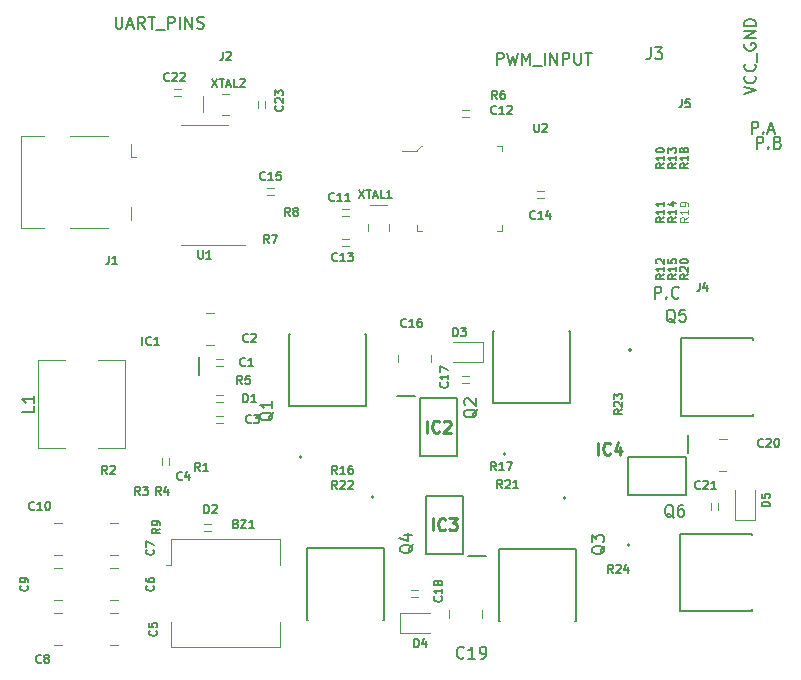
<source format=gbr>
%TF.GenerationSoftware,KiCad,Pcbnew,(6.0.10)*%
%TF.CreationDate,2023-01-31T23:24:51+03:00*%
%TF.ProjectId,001_ESC,3030315f-4553-4432-9e6b-696361645f70,rev?*%
%TF.SameCoordinates,Original*%
%TF.FileFunction,Legend,Top*%
%TF.FilePolarity,Positive*%
%FSLAX46Y46*%
G04 Gerber Fmt 4.6, Leading zero omitted, Abs format (unit mm)*
G04 Created by KiCad (PCBNEW (6.0.10)) date 2023-01-31 23:24:51*
%MOMM*%
%LPD*%
G01*
G04 APERTURE LIST*
%ADD10C,0.150000*%
%ADD11C,0.250000*%
%ADD12C,0.125000*%
%ADD13C,0.175000*%
%ADD14C,0.127000*%
%ADD15C,0.200000*%
%ADD16C,0.120000*%
%ADD17C,0.100000*%
G04 APERTURE END LIST*
D10*
X165370000Y-98242380D02*
X165370000Y-97242380D01*
X165750952Y-97242380D01*
X165846190Y-97290000D01*
X165893809Y-97337619D01*
X165941428Y-97432857D01*
X165941428Y-97575714D01*
X165893809Y-97670952D01*
X165846190Y-97718571D01*
X165750952Y-97766190D01*
X165370000Y-97766190D01*
X166370000Y-98147142D02*
X166417619Y-98194761D01*
X166370000Y-98242380D01*
X166322380Y-98194761D01*
X166370000Y-98147142D01*
X166370000Y-98242380D01*
X167417619Y-98147142D02*
X167370000Y-98194761D01*
X167227142Y-98242380D01*
X167131904Y-98242380D01*
X166989047Y-98194761D01*
X166893809Y-98099523D01*
X166846190Y-98004285D01*
X166798571Y-97813809D01*
X166798571Y-97670952D01*
X166846190Y-97480476D01*
X166893809Y-97385238D01*
X166989047Y-97290000D01*
X167131904Y-97242380D01*
X167227142Y-97242380D01*
X167370000Y-97290000D01*
X167417619Y-97337619D01*
X174006000Y-85542380D02*
X174006000Y-84542380D01*
X174386952Y-84542380D01*
X174482190Y-84590000D01*
X174529809Y-84637619D01*
X174577428Y-84732857D01*
X174577428Y-84875714D01*
X174529809Y-84970952D01*
X174482190Y-85018571D01*
X174386952Y-85066190D01*
X174006000Y-85066190D01*
X175006000Y-85447142D02*
X175053619Y-85494761D01*
X175006000Y-85542380D01*
X174958380Y-85494761D01*
X175006000Y-85447142D01*
X175006000Y-85542380D01*
X175815523Y-85018571D02*
X175958380Y-85066190D01*
X176006000Y-85113809D01*
X176053619Y-85209047D01*
X176053619Y-85351904D01*
X176006000Y-85447142D01*
X175958380Y-85494761D01*
X175863142Y-85542380D01*
X175482190Y-85542380D01*
X175482190Y-84542380D01*
X175815523Y-84542380D01*
X175910761Y-84590000D01*
X175958380Y-84637619D01*
X176006000Y-84732857D01*
X176006000Y-84828095D01*
X175958380Y-84923333D01*
X175910761Y-84970952D01*
X175815523Y-85018571D01*
X175482190Y-85018571D01*
X173569428Y-84272380D02*
X173569428Y-83272380D01*
X173950380Y-83272380D01*
X174045619Y-83320000D01*
X174093238Y-83367619D01*
X174140857Y-83462857D01*
X174140857Y-83605714D01*
X174093238Y-83700952D01*
X174045619Y-83748571D01*
X173950380Y-83796190D01*
X173569428Y-83796190D01*
X174569428Y-84177142D02*
X174617047Y-84224761D01*
X174569428Y-84272380D01*
X174521809Y-84224761D01*
X174569428Y-84177142D01*
X174569428Y-84272380D01*
X174998000Y-83986666D02*
X175474190Y-83986666D01*
X174902761Y-84272380D02*
X175236095Y-83272380D01*
X175569428Y-84272380D01*
X172934380Y-80962095D02*
X173934380Y-80628761D01*
X172934380Y-80295428D01*
X173839142Y-79390666D02*
X173886761Y-79438285D01*
X173934380Y-79581142D01*
X173934380Y-79676380D01*
X173886761Y-79819238D01*
X173791523Y-79914476D01*
X173696285Y-79962095D01*
X173505809Y-80009714D01*
X173362952Y-80009714D01*
X173172476Y-79962095D01*
X173077238Y-79914476D01*
X172982000Y-79819238D01*
X172934380Y-79676380D01*
X172934380Y-79581142D01*
X172982000Y-79438285D01*
X173029619Y-79390666D01*
X173839142Y-78390666D02*
X173886761Y-78438285D01*
X173934380Y-78581142D01*
X173934380Y-78676380D01*
X173886761Y-78819238D01*
X173791523Y-78914476D01*
X173696285Y-78962095D01*
X173505809Y-79009714D01*
X173362952Y-79009714D01*
X173172476Y-78962095D01*
X173077238Y-78914476D01*
X172982000Y-78819238D01*
X172934380Y-78676380D01*
X172934380Y-78581142D01*
X172982000Y-78438285D01*
X173029619Y-78390666D01*
X174029619Y-78200190D02*
X174029619Y-77438285D01*
X172982000Y-76676380D02*
X172934380Y-76771619D01*
X172934380Y-76914476D01*
X172982000Y-77057333D01*
X173077238Y-77152571D01*
X173172476Y-77200190D01*
X173362952Y-77247809D01*
X173505809Y-77247809D01*
X173696285Y-77200190D01*
X173791523Y-77152571D01*
X173886761Y-77057333D01*
X173934380Y-76914476D01*
X173934380Y-76819238D01*
X173886761Y-76676380D01*
X173839142Y-76628761D01*
X173505809Y-76628761D01*
X173505809Y-76819238D01*
X173934380Y-76200190D02*
X172934380Y-76200190D01*
X173934380Y-75628761D01*
X172934380Y-75628761D01*
X173934380Y-75152571D02*
X172934380Y-75152571D01*
X172934380Y-74914476D01*
X172982000Y-74771619D01*
X173077238Y-74676380D01*
X173172476Y-74628761D01*
X173362952Y-74581142D01*
X173505809Y-74581142D01*
X173696285Y-74628761D01*
X173791523Y-74676380D01*
X173886761Y-74771619D01*
X173934380Y-74914476D01*
X173934380Y-75152571D01*
X152003619Y-78430380D02*
X152003619Y-77430380D01*
X152384571Y-77430380D01*
X152479809Y-77478000D01*
X152527428Y-77525619D01*
X152575047Y-77620857D01*
X152575047Y-77763714D01*
X152527428Y-77858952D01*
X152479809Y-77906571D01*
X152384571Y-77954190D01*
X152003619Y-77954190D01*
X152908380Y-77430380D02*
X153146476Y-78430380D01*
X153336952Y-77716095D01*
X153527428Y-78430380D01*
X153765523Y-77430380D01*
X154146476Y-78430380D02*
X154146476Y-77430380D01*
X154479809Y-78144666D01*
X154813142Y-77430380D01*
X154813142Y-78430380D01*
X155051238Y-78525619D02*
X155813142Y-78525619D01*
X156051238Y-78430380D02*
X156051238Y-77430380D01*
X156527428Y-78430380D02*
X156527428Y-77430380D01*
X157098857Y-78430380D01*
X157098857Y-77430380D01*
X157575047Y-78430380D02*
X157575047Y-77430380D01*
X157956000Y-77430380D01*
X158051238Y-77478000D01*
X158098857Y-77525619D01*
X158146476Y-77620857D01*
X158146476Y-77763714D01*
X158098857Y-77858952D01*
X158051238Y-77906571D01*
X157956000Y-77954190D01*
X157575047Y-77954190D01*
X158575047Y-77430380D02*
X158575047Y-78239904D01*
X158622666Y-78335142D01*
X158670285Y-78382761D01*
X158765523Y-78430380D01*
X158956000Y-78430380D01*
X159051238Y-78382761D01*
X159098857Y-78335142D01*
X159146476Y-78239904D01*
X159146476Y-77430380D01*
X159479809Y-77430380D02*
X160051238Y-77430380D01*
X159765523Y-78430380D02*
X159765523Y-77430380D01*
X119729714Y-74382380D02*
X119729714Y-75191904D01*
X119777333Y-75287142D01*
X119824952Y-75334761D01*
X119920190Y-75382380D01*
X120110666Y-75382380D01*
X120205904Y-75334761D01*
X120253523Y-75287142D01*
X120301142Y-75191904D01*
X120301142Y-74382380D01*
X120729714Y-75096666D02*
X121205904Y-75096666D01*
X120634476Y-75382380D02*
X120967809Y-74382380D01*
X121301142Y-75382380D01*
X122205904Y-75382380D02*
X121872571Y-74906190D01*
X121634476Y-75382380D02*
X121634476Y-74382380D01*
X122015428Y-74382380D01*
X122110666Y-74430000D01*
X122158285Y-74477619D01*
X122205904Y-74572857D01*
X122205904Y-74715714D01*
X122158285Y-74810952D01*
X122110666Y-74858571D01*
X122015428Y-74906190D01*
X121634476Y-74906190D01*
X122491619Y-74382380D02*
X123063047Y-74382380D01*
X122777333Y-75382380D02*
X122777333Y-74382380D01*
X123158285Y-75477619D02*
X123920190Y-75477619D01*
X124158285Y-75382380D02*
X124158285Y-74382380D01*
X124539238Y-74382380D01*
X124634476Y-74430000D01*
X124682095Y-74477619D01*
X124729714Y-74572857D01*
X124729714Y-74715714D01*
X124682095Y-74810952D01*
X124634476Y-74858571D01*
X124539238Y-74906190D01*
X124158285Y-74906190D01*
X125158285Y-75382380D02*
X125158285Y-74382380D01*
X125634476Y-75382380D02*
X125634476Y-74382380D01*
X126205904Y-75382380D01*
X126205904Y-74382380D01*
X126634476Y-75334761D02*
X126777333Y-75382380D01*
X127015428Y-75382380D01*
X127110666Y-75334761D01*
X127158285Y-75287142D01*
X127205904Y-75191904D01*
X127205904Y-75096666D01*
X127158285Y-75001428D01*
X127110666Y-74953809D01*
X127015428Y-74906190D01*
X126824952Y-74858571D01*
X126729714Y-74810952D01*
X126682095Y-74763333D01*
X126634476Y-74668095D01*
X126634476Y-74572857D01*
X126682095Y-74477619D01*
X126729714Y-74430000D01*
X126824952Y-74382380D01*
X127063047Y-74382380D01*
X127205904Y-74430000D01*
%TO.C,Q6*%
X166976761Y-116804619D02*
X166881523Y-116757000D01*
X166786285Y-116661761D01*
X166643428Y-116518904D01*
X166548190Y-116471285D01*
X166452952Y-116471285D01*
X166500571Y-116709380D02*
X166405333Y-116661761D01*
X166310095Y-116566523D01*
X166262476Y-116376047D01*
X166262476Y-116042714D01*
X166310095Y-115852238D01*
X166405333Y-115757000D01*
X166500571Y-115709380D01*
X166691047Y-115709380D01*
X166786285Y-115757000D01*
X166881523Y-115852238D01*
X166929142Y-116042714D01*
X166929142Y-116376047D01*
X166881523Y-116566523D01*
X166786285Y-116661761D01*
X166691047Y-116709380D01*
X166500571Y-116709380D01*
X167786285Y-115709380D02*
X167595809Y-115709380D01*
X167500571Y-115757000D01*
X167452952Y-115804619D01*
X167357714Y-115947476D01*
X167310095Y-116137952D01*
X167310095Y-116518904D01*
X167357714Y-116614142D01*
X167405333Y-116661761D01*
X167500571Y-116709380D01*
X167691047Y-116709380D01*
X167786285Y-116661761D01*
X167833904Y-116614142D01*
X167881523Y-116518904D01*
X167881523Y-116280809D01*
X167833904Y-116185571D01*
X167786285Y-116137952D01*
X167691047Y-116090333D01*
X167500571Y-116090333D01*
X167405333Y-116137952D01*
X167357714Y-116185571D01*
X167310095Y-116280809D01*
%TO.C,Q5*%
X167106761Y-100290619D02*
X167011523Y-100243000D01*
X166916285Y-100147761D01*
X166773428Y-100004904D01*
X166678190Y-99957285D01*
X166582952Y-99957285D01*
X166630571Y-100195380D02*
X166535333Y-100147761D01*
X166440095Y-100052523D01*
X166392476Y-99862047D01*
X166392476Y-99528714D01*
X166440095Y-99338238D01*
X166535333Y-99243000D01*
X166630571Y-99195380D01*
X166821047Y-99195380D01*
X166916285Y-99243000D01*
X167011523Y-99338238D01*
X167059142Y-99528714D01*
X167059142Y-99862047D01*
X167011523Y-100052523D01*
X166916285Y-100147761D01*
X166821047Y-100195380D01*
X166630571Y-100195380D01*
X167963904Y-99195380D02*
X167487714Y-99195380D01*
X167440095Y-99671571D01*
X167487714Y-99623952D01*
X167582952Y-99576333D01*
X167821047Y-99576333D01*
X167916285Y-99623952D01*
X167963904Y-99671571D01*
X168011523Y-99766809D01*
X168011523Y-100004904D01*
X167963904Y-100100142D01*
X167916285Y-100147761D01*
X167821047Y-100195380D01*
X167582952Y-100195380D01*
X167487714Y-100147761D01*
X167440095Y-100100142D01*
%TO.C,Q4*%
X144894619Y-119067238D02*
X144847000Y-119162476D01*
X144751761Y-119257714D01*
X144608904Y-119400571D01*
X144561285Y-119495809D01*
X144561285Y-119591047D01*
X144799380Y-119543428D02*
X144751761Y-119638666D01*
X144656523Y-119733904D01*
X144466047Y-119781523D01*
X144132714Y-119781523D01*
X143942238Y-119733904D01*
X143847000Y-119638666D01*
X143799380Y-119543428D01*
X143799380Y-119352952D01*
X143847000Y-119257714D01*
X143942238Y-119162476D01*
X144132714Y-119114857D01*
X144466047Y-119114857D01*
X144656523Y-119162476D01*
X144751761Y-119257714D01*
X144799380Y-119352952D01*
X144799380Y-119543428D01*
X144132714Y-118257714D02*
X144799380Y-118257714D01*
X143751761Y-118495809D02*
X144466047Y-118733904D01*
X144466047Y-118114857D01*
%TO.C,Q3*%
X161150619Y-119161238D02*
X161103000Y-119256476D01*
X161007761Y-119351714D01*
X160864904Y-119494571D01*
X160817285Y-119589809D01*
X160817285Y-119685047D01*
X161055380Y-119637428D02*
X161007761Y-119732666D01*
X160912523Y-119827904D01*
X160722047Y-119875523D01*
X160388714Y-119875523D01*
X160198238Y-119827904D01*
X160103000Y-119732666D01*
X160055380Y-119637428D01*
X160055380Y-119446952D01*
X160103000Y-119351714D01*
X160198238Y-119256476D01*
X160388714Y-119208857D01*
X160722047Y-119208857D01*
X160912523Y-119256476D01*
X161007761Y-119351714D01*
X161055380Y-119446952D01*
X161055380Y-119637428D01*
X160055380Y-118875523D02*
X160055380Y-118256476D01*
X160436333Y-118589809D01*
X160436333Y-118446952D01*
X160483952Y-118351714D01*
X160531571Y-118304095D01*
X160626809Y-118256476D01*
X160864904Y-118256476D01*
X160960142Y-118304095D01*
X161007761Y-118351714D01*
X161055380Y-118446952D01*
X161055380Y-118732666D01*
X161007761Y-118827904D01*
X160960142Y-118875523D01*
%TO.C,Q2*%
X150332619Y-107597238D02*
X150285000Y-107692476D01*
X150189761Y-107787714D01*
X150046904Y-107930571D01*
X149999285Y-108025809D01*
X149999285Y-108121047D01*
X150237380Y-108073428D02*
X150189761Y-108168666D01*
X150094523Y-108263904D01*
X149904047Y-108311523D01*
X149570714Y-108311523D01*
X149380238Y-108263904D01*
X149285000Y-108168666D01*
X149237380Y-108073428D01*
X149237380Y-107882952D01*
X149285000Y-107787714D01*
X149380238Y-107692476D01*
X149570714Y-107644857D01*
X149904047Y-107644857D01*
X150094523Y-107692476D01*
X150189761Y-107787714D01*
X150237380Y-107882952D01*
X150237380Y-108073428D01*
X149332619Y-107263904D02*
X149285000Y-107216285D01*
X149237380Y-107121047D01*
X149237380Y-106882952D01*
X149285000Y-106787714D01*
X149332619Y-106740095D01*
X149427857Y-106692476D01*
X149523095Y-106692476D01*
X149665952Y-106740095D01*
X150237380Y-107311523D01*
X150237380Y-106692476D01*
%TO.C,Q1*%
X133060619Y-107851238D02*
X133013000Y-107946476D01*
X132917761Y-108041714D01*
X132774904Y-108184571D01*
X132727285Y-108279809D01*
X132727285Y-108375047D01*
X132965380Y-108327428D02*
X132917761Y-108422666D01*
X132822523Y-108517904D01*
X132632047Y-108565523D01*
X132298714Y-108565523D01*
X132108238Y-108517904D01*
X132013000Y-108422666D01*
X131965380Y-108327428D01*
X131965380Y-108136952D01*
X132013000Y-108041714D01*
X132108238Y-107946476D01*
X132298714Y-107898857D01*
X132632047Y-107898857D01*
X132822523Y-107946476D01*
X132917761Y-108041714D01*
X132965380Y-108136952D01*
X132965380Y-108327428D01*
X132965380Y-106946476D02*
X132965380Y-107517904D01*
X132965380Y-107232190D02*
X131965380Y-107232190D01*
X132108238Y-107327428D01*
X132203476Y-107422666D01*
X132251095Y-107517904D01*
%TO.C,U1*%
X126720666Y-94162666D02*
X126720666Y-94729333D01*
X126754000Y-94796000D01*
X126787333Y-94829333D01*
X126854000Y-94862666D01*
X126987333Y-94862666D01*
X127054000Y-94829333D01*
X127087333Y-94796000D01*
X127120666Y-94729333D01*
X127120666Y-94162666D01*
X127820666Y-94862666D02*
X127420666Y-94862666D01*
X127620666Y-94862666D02*
X127620666Y-94162666D01*
X127554000Y-94262666D01*
X127487333Y-94329333D01*
X127420666Y-94362666D01*
%TO.C,C8*%
X113421333Y-129028000D02*
X113388000Y-129061333D01*
X113288000Y-129094666D01*
X113221333Y-129094666D01*
X113121333Y-129061333D01*
X113054666Y-128994666D01*
X113021333Y-128928000D01*
X112988000Y-128794666D01*
X112988000Y-128694666D01*
X113021333Y-128561333D01*
X113054666Y-128494666D01*
X113121333Y-128428000D01*
X113221333Y-128394666D01*
X113288000Y-128394666D01*
X113388000Y-128428000D01*
X113421333Y-128461333D01*
X113821333Y-128694666D02*
X113754666Y-128661333D01*
X113721333Y-128628000D01*
X113688000Y-128561333D01*
X113688000Y-128528000D01*
X113721333Y-128461333D01*
X113754666Y-128428000D01*
X113821333Y-128394666D01*
X113954666Y-128394666D01*
X114021333Y-128428000D01*
X114054666Y-128461333D01*
X114088000Y-128528000D01*
X114088000Y-128561333D01*
X114054666Y-128628000D01*
X114021333Y-128661333D01*
X113954666Y-128694666D01*
X113821333Y-128694666D01*
X113754666Y-128728000D01*
X113721333Y-128761333D01*
X113688000Y-128828000D01*
X113688000Y-128961333D01*
X113721333Y-129028000D01*
X113754666Y-129061333D01*
X113821333Y-129094666D01*
X113954666Y-129094666D01*
X114021333Y-129061333D01*
X114054666Y-129028000D01*
X114088000Y-128961333D01*
X114088000Y-128828000D01*
X114054666Y-128761333D01*
X114021333Y-128728000D01*
X113954666Y-128694666D01*
%TO.C,R11*%
X166178666Y-91382000D02*
X165845333Y-91615333D01*
X166178666Y-91782000D02*
X165478666Y-91782000D01*
X165478666Y-91515333D01*
X165512000Y-91448666D01*
X165545333Y-91415333D01*
X165612000Y-91382000D01*
X165712000Y-91382000D01*
X165778666Y-91415333D01*
X165812000Y-91448666D01*
X165845333Y-91515333D01*
X165845333Y-91782000D01*
X166178666Y-90715333D02*
X166178666Y-91115333D01*
X166178666Y-90915333D02*
X165478666Y-90915333D01*
X165578666Y-90982000D01*
X165645333Y-91048666D01*
X165678666Y-91115333D01*
X166178666Y-90048666D02*
X166178666Y-90448666D01*
X166178666Y-90248666D02*
X165478666Y-90248666D01*
X165578666Y-90315333D01*
X165645333Y-90382000D01*
X165678666Y-90448666D01*
%TO.C,C14*%
X155252000Y-91436000D02*
X155218666Y-91469333D01*
X155118666Y-91502666D01*
X155052000Y-91502666D01*
X154952000Y-91469333D01*
X154885333Y-91402666D01*
X154852000Y-91336000D01*
X154818666Y-91202666D01*
X154818666Y-91102666D01*
X154852000Y-90969333D01*
X154885333Y-90902666D01*
X154952000Y-90836000D01*
X155052000Y-90802666D01*
X155118666Y-90802666D01*
X155218666Y-90836000D01*
X155252000Y-90869333D01*
X155918666Y-91502666D02*
X155518666Y-91502666D01*
X155718666Y-91502666D02*
X155718666Y-90802666D01*
X155652000Y-90902666D01*
X155585333Y-90969333D01*
X155518666Y-91002666D01*
X156518666Y-91036000D02*
X156518666Y-91502666D01*
X156352000Y-90769333D02*
X156185333Y-91269333D01*
X156618666Y-91269333D01*
%TO.C,C13*%
X138488000Y-94992000D02*
X138454666Y-95025333D01*
X138354666Y-95058666D01*
X138288000Y-95058666D01*
X138188000Y-95025333D01*
X138121333Y-94958666D01*
X138088000Y-94892000D01*
X138054666Y-94758666D01*
X138054666Y-94658666D01*
X138088000Y-94525333D01*
X138121333Y-94458666D01*
X138188000Y-94392000D01*
X138288000Y-94358666D01*
X138354666Y-94358666D01*
X138454666Y-94392000D01*
X138488000Y-94425333D01*
X139154666Y-95058666D02*
X138754666Y-95058666D01*
X138954666Y-95058666D02*
X138954666Y-94358666D01*
X138888000Y-94458666D01*
X138821333Y-94525333D01*
X138754666Y-94558666D01*
X139388000Y-94358666D02*
X139821333Y-94358666D01*
X139588000Y-94625333D01*
X139688000Y-94625333D01*
X139754666Y-94658666D01*
X139788000Y-94692000D01*
X139821333Y-94758666D01*
X139821333Y-94925333D01*
X139788000Y-94992000D01*
X139754666Y-95025333D01*
X139688000Y-95058666D01*
X139488000Y-95058666D01*
X139421333Y-95025333D01*
X139388000Y-94992000D01*
%TO.C,C16*%
X144330000Y-100580000D02*
X144296666Y-100613333D01*
X144196666Y-100646666D01*
X144130000Y-100646666D01*
X144030000Y-100613333D01*
X143963333Y-100546666D01*
X143930000Y-100480000D01*
X143896666Y-100346666D01*
X143896666Y-100246666D01*
X143930000Y-100113333D01*
X143963333Y-100046666D01*
X144030000Y-99980000D01*
X144130000Y-99946666D01*
X144196666Y-99946666D01*
X144296666Y-99980000D01*
X144330000Y-100013333D01*
X144996666Y-100646666D02*
X144596666Y-100646666D01*
X144796666Y-100646666D02*
X144796666Y-99946666D01*
X144730000Y-100046666D01*
X144663333Y-100113333D01*
X144596666Y-100146666D01*
X145596666Y-99946666D02*
X145463333Y-99946666D01*
X145396666Y-99980000D01*
X145363333Y-100013333D01*
X145296666Y-100113333D01*
X145263333Y-100246666D01*
X145263333Y-100513333D01*
X145296666Y-100580000D01*
X145330000Y-100613333D01*
X145396666Y-100646666D01*
X145530000Y-100646666D01*
X145596666Y-100613333D01*
X145630000Y-100580000D01*
X145663333Y-100513333D01*
X145663333Y-100346666D01*
X145630000Y-100280000D01*
X145596666Y-100246666D01*
X145530000Y-100213333D01*
X145396666Y-100213333D01*
X145330000Y-100246666D01*
X145296666Y-100280000D01*
X145263333Y-100346666D01*
%TO.C,J3*%
X165020666Y-76986380D02*
X165020666Y-77700666D01*
X164973047Y-77843523D01*
X164877809Y-77938761D01*
X164734952Y-77986380D01*
X164639714Y-77986380D01*
X165401619Y-76986380D02*
X166020666Y-76986380D01*
X165687333Y-77367333D01*
X165830190Y-77367333D01*
X165925428Y-77414952D01*
X165973047Y-77462571D01*
X166020666Y-77557809D01*
X166020666Y-77795904D01*
X165973047Y-77891142D01*
X165925428Y-77938761D01*
X165830190Y-77986380D01*
X165544476Y-77986380D01*
X165449238Y-77938761D01*
X165401619Y-77891142D01*
D11*
%TO.C,IC4*%
X160567809Y-111450380D02*
X160567809Y-110450380D01*
X161615428Y-111355142D02*
X161567809Y-111402761D01*
X161424952Y-111450380D01*
X161329714Y-111450380D01*
X161186857Y-111402761D01*
X161091619Y-111307523D01*
X161044000Y-111212285D01*
X160996380Y-111021809D01*
X160996380Y-110878952D01*
X161044000Y-110688476D01*
X161091619Y-110593238D01*
X161186857Y-110498000D01*
X161329714Y-110450380D01*
X161424952Y-110450380D01*
X161567809Y-110498000D01*
X161615428Y-110545619D01*
X162472571Y-110783714D02*
X162472571Y-111450380D01*
X162234476Y-110402761D02*
X161996380Y-111117047D01*
X162615428Y-111117047D01*
D10*
%TO.C,BZ1*%
X129939333Y-117298000D02*
X130039333Y-117331333D01*
X130072666Y-117364666D01*
X130106000Y-117431333D01*
X130106000Y-117531333D01*
X130072666Y-117598000D01*
X130039333Y-117631333D01*
X129972666Y-117664666D01*
X129706000Y-117664666D01*
X129706000Y-116964666D01*
X129939333Y-116964666D01*
X130006000Y-116998000D01*
X130039333Y-117031333D01*
X130072666Y-117098000D01*
X130072666Y-117164666D01*
X130039333Y-117231333D01*
X130006000Y-117264666D01*
X129939333Y-117298000D01*
X129706000Y-117298000D01*
X130339333Y-116964666D02*
X130806000Y-116964666D01*
X130339333Y-117664666D01*
X130806000Y-117664666D01*
X131439333Y-117664666D02*
X131039333Y-117664666D01*
X131239333Y-117664666D02*
X131239333Y-116964666D01*
X131172666Y-117064666D01*
X131106000Y-117131333D01*
X131039333Y-117164666D01*
%TO.C,R12*%
X166178666Y-96208000D02*
X165845333Y-96441333D01*
X166178666Y-96608000D02*
X165478666Y-96608000D01*
X165478666Y-96341333D01*
X165512000Y-96274666D01*
X165545333Y-96241333D01*
X165612000Y-96208000D01*
X165712000Y-96208000D01*
X165778666Y-96241333D01*
X165812000Y-96274666D01*
X165845333Y-96341333D01*
X165845333Y-96608000D01*
X166178666Y-95541333D02*
X166178666Y-95941333D01*
X166178666Y-95741333D02*
X165478666Y-95741333D01*
X165578666Y-95808000D01*
X165645333Y-95874666D01*
X165678666Y-95941333D01*
X165545333Y-95274666D02*
X165512000Y-95241333D01*
X165478666Y-95174666D01*
X165478666Y-95008000D01*
X165512000Y-94941333D01*
X165545333Y-94908000D01*
X165612000Y-94874666D01*
X165678666Y-94874666D01*
X165778666Y-94908000D01*
X166178666Y-95308000D01*
X166178666Y-94874666D01*
%TO.C,C12*%
X151950000Y-82546000D02*
X151916666Y-82579333D01*
X151816666Y-82612666D01*
X151750000Y-82612666D01*
X151650000Y-82579333D01*
X151583333Y-82512666D01*
X151550000Y-82446000D01*
X151516666Y-82312666D01*
X151516666Y-82212666D01*
X151550000Y-82079333D01*
X151583333Y-82012666D01*
X151650000Y-81946000D01*
X151750000Y-81912666D01*
X151816666Y-81912666D01*
X151916666Y-81946000D01*
X151950000Y-81979333D01*
X152616666Y-82612666D02*
X152216666Y-82612666D01*
X152416666Y-82612666D02*
X152416666Y-81912666D01*
X152350000Y-82012666D01*
X152283333Y-82079333D01*
X152216666Y-82112666D01*
X152883333Y-81979333D02*
X152916666Y-81946000D01*
X152983333Y-81912666D01*
X153150000Y-81912666D01*
X153216666Y-81946000D01*
X153250000Y-81979333D01*
X153283333Y-82046000D01*
X153283333Y-82112666D01*
X153250000Y-82212666D01*
X152850000Y-82612666D01*
X153283333Y-82612666D01*
%TO.C,D4*%
X145025333Y-127742666D02*
X145025333Y-127042666D01*
X145192000Y-127042666D01*
X145292000Y-127076000D01*
X145358666Y-127142666D01*
X145392000Y-127209333D01*
X145425333Y-127342666D01*
X145425333Y-127442666D01*
X145392000Y-127576000D01*
X145358666Y-127642666D01*
X145292000Y-127709333D01*
X145192000Y-127742666D01*
X145025333Y-127742666D01*
X146025333Y-127276000D02*
X146025333Y-127742666D01*
X145858666Y-127009333D02*
X145692000Y-127509333D01*
X146125333Y-127509333D01*
%TO.C,U2*%
X155168666Y-83436666D02*
X155168666Y-84003333D01*
X155202000Y-84070000D01*
X155235333Y-84103333D01*
X155302000Y-84136666D01*
X155435333Y-84136666D01*
X155502000Y-84103333D01*
X155535333Y-84070000D01*
X155568666Y-84003333D01*
X155568666Y-83436666D01*
X155868666Y-83503333D02*
X155902000Y-83470000D01*
X155968666Y-83436666D01*
X156135333Y-83436666D01*
X156202000Y-83470000D01*
X156235333Y-83503333D01*
X156268666Y-83570000D01*
X156268666Y-83636666D01*
X156235333Y-83736666D01*
X155835333Y-84136666D01*
X156268666Y-84136666D01*
%TO.C,D5*%
X175114666Y-115832666D02*
X174414666Y-115832666D01*
X174414666Y-115666000D01*
X174448000Y-115566000D01*
X174514666Y-115499333D01*
X174581333Y-115466000D01*
X174714666Y-115432666D01*
X174814666Y-115432666D01*
X174948000Y-115466000D01*
X175014666Y-115499333D01*
X175081333Y-115566000D01*
X175114666Y-115666000D01*
X175114666Y-115832666D01*
X174414666Y-114799333D02*
X174414666Y-115132666D01*
X174748000Y-115166000D01*
X174714666Y-115132666D01*
X174681333Y-115066000D01*
X174681333Y-114899333D01*
X174714666Y-114832666D01*
X174748000Y-114799333D01*
X174814666Y-114766000D01*
X174981333Y-114766000D01*
X175048000Y-114799333D01*
X175081333Y-114832666D01*
X175114666Y-114899333D01*
X175114666Y-115066000D01*
X175081333Y-115132666D01*
X175048000Y-115166000D01*
%TO.C,R8*%
X134503333Y-91248666D02*
X134270000Y-90915333D01*
X134103333Y-91248666D02*
X134103333Y-90548666D01*
X134370000Y-90548666D01*
X134436666Y-90582000D01*
X134470000Y-90615333D01*
X134503333Y-90682000D01*
X134503333Y-90782000D01*
X134470000Y-90848666D01*
X134436666Y-90882000D01*
X134370000Y-90915333D01*
X134103333Y-90915333D01*
X134903333Y-90848666D02*
X134836666Y-90815333D01*
X134803333Y-90782000D01*
X134770000Y-90715333D01*
X134770000Y-90682000D01*
X134803333Y-90615333D01*
X134836666Y-90582000D01*
X134903333Y-90548666D01*
X135036666Y-90548666D01*
X135103333Y-90582000D01*
X135136666Y-90615333D01*
X135170000Y-90682000D01*
X135170000Y-90715333D01*
X135136666Y-90782000D01*
X135103333Y-90815333D01*
X135036666Y-90848666D01*
X134903333Y-90848666D01*
X134836666Y-90882000D01*
X134803333Y-90915333D01*
X134770000Y-90982000D01*
X134770000Y-91115333D01*
X134803333Y-91182000D01*
X134836666Y-91215333D01*
X134903333Y-91248666D01*
X135036666Y-91248666D01*
X135103333Y-91215333D01*
X135136666Y-91182000D01*
X135170000Y-91115333D01*
X135170000Y-90982000D01*
X135136666Y-90915333D01*
X135103333Y-90882000D01*
X135036666Y-90848666D01*
%TO.C,C18*%
X147316000Y-123468000D02*
X147349333Y-123501333D01*
X147382666Y-123601333D01*
X147382666Y-123668000D01*
X147349333Y-123768000D01*
X147282666Y-123834666D01*
X147216000Y-123868000D01*
X147082666Y-123901333D01*
X146982666Y-123901333D01*
X146849333Y-123868000D01*
X146782666Y-123834666D01*
X146716000Y-123768000D01*
X146682666Y-123668000D01*
X146682666Y-123601333D01*
X146716000Y-123501333D01*
X146749333Y-123468000D01*
X147382666Y-122801333D02*
X147382666Y-123201333D01*
X147382666Y-123001333D02*
X146682666Y-123001333D01*
X146782666Y-123068000D01*
X146849333Y-123134666D01*
X146882666Y-123201333D01*
X146982666Y-122401333D02*
X146949333Y-122468000D01*
X146916000Y-122501333D01*
X146849333Y-122534666D01*
X146816000Y-122534666D01*
X146749333Y-122501333D01*
X146716000Y-122468000D01*
X146682666Y-122401333D01*
X146682666Y-122268000D01*
X146716000Y-122201333D01*
X146749333Y-122168000D01*
X146816000Y-122134666D01*
X146849333Y-122134666D01*
X146916000Y-122168000D01*
X146949333Y-122201333D01*
X146982666Y-122268000D01*
X146982666Y-122401333D01*
X147016000Y-122468000D01*
X147049333Y-122501333D01*
X147116000Y-122534666D01*
X147249333Y-122534666D01*
X147316000Y-122501333D01*
X147349333Y-122468000D01*
X147382666Y-122401333D01*
X147382666Y-122268000D01*
X147349333Y-122201333D01*
X147316000Y-122168000D01*
X147249333Y-122134666D01*
X147116000Y-122134666D01*
X147049333Y-122168000D01*
X147016000Y-122201333D01*
X146982666Y-122268000D01*
%TO.C,R16*%
X138488000Y-113092666D02*
X138254666Y-112759333D01*
X138088000Y-113092666D02*
X138088000Y-112392666D01*
X138354666Y-112392666D01*
X138421333Y-112426000D01*
X138454666Y-112459333D01*
X138488000Y-112526000D01*
X138488000Y-112626000D01*
X138454666Y-112692666D01*
X138421333Y-112726000D01*
X138354666Y-112759333D01*
X138088000Y-112759333D01*
X139154666Y-113092666D02*
X138754666Y-113092666D01*
X138954666Y-113092666D02*
X138954666Y-112392666D01*
X138888000Y-112492666D01*
X138821333Y-112559333D01*
X138754666Y-112592666D01*
X139754666Y-112392666D02*
X139621333Y-112392666D01*
X139554666Y-112426000D01*
X139521333Y-112459333D01*
X139454666Y-112559333D01*
X139421333Y-112692666D01*
X139421333Y-112959333D01*
X139454666Y-113026000D01*
X139488000Y-113059333D01*
X139554666Y-113092666D01*
X139688000Y-113092666D01*
X139754666Y-113059333D01*
X139788000Y-113026000D01*
X139821333Y-112959333D01*
X139821333Y-112792666D01*
X139788000Y-112726000D01*
X139754666Y-112692666D01*
X139688000Y-112659333D01*
X139554666Y-112659333D01*
X139488000Y-112692666D01*
X139454666Y-112726000D01*
X139421333Y-112792666D01*
%TO.C,C20*%
X174556000Y-110740000D02*
X174522666Y-110773333D01*
X174422666Y-110806666D01*
X174356000Y-110806666D01*
X174256000Y-110773333D01*
X174189333Y-110706666D01*
X174156000Y-110640000D01*
X174122666Y-110506666D01*
X174122666Y-110406666D01*
X174156000Y-110273333D01*
X174189333Y-110206666D01*
X174256000Y-110140000D01*
X174356000Y-110106666D01*
X174422666Y-110106666D01*
X174522666Y-110140000D01*
X174556000Y-110173333D01*
X174822666Y-110173333D02*
X174856000Y-110140000D01*
X174922666Y-110106666D01*
X175089333Y-110106666D01*
X175156000Y-110140000D01*
X175189333Y-110173333D01*
X175222666Y-110240000D01*
X175222666Y-110306666D01*
X175189333Y-110406666D01*
X174789333Y-110806666D01*
X175222666Y-110806666D01*
X175656000Y-110106666D02*
X175722666Y-110106666D01*
X175789333Y-110140000D01*
X175822666Y-110173333D01*
X175856000Y-110240000D01*
X175889333Y-110373333D01*
X175889333Y-110540000D01*
X175856000Y-110673333D01*
X175822666Y-110740000D01*
X175789333Y-110773333D01*
X175722666Y-110806666D01*
X175656000Y-110806666D01*
X175589333Y-110773333D01*
X175556000Y-110740000D01*
X175522666Y-110673333D01*
X175489333Y-110540000D01*
X175489333Y-110373333D01*
X175522666Y-110240000D01*
X175556000Y-110173333D01*
X175589333Y-110140000D01*
X175656000Y-110106666D01*
%TO.C,C6*%
X122932000Y-122544666D02*
X122965333Y-122578000D01*
X122998666Y-122678000D01*
X122998666Y-122744666D01*
X122965333Y-122844666D01*
X122898666Y-122911333D01*
X122832000Y-122944666D01*
X122698666Y-122978000D01*
X122598666Y-122978000D01*
X122465333Y-122944666D01*
X122398666Y-122911333D01*
X122332000Y-122844666D01*
X122298666Y-122744666D01*
X122298666Y-122678000D01*
X122332000Y-122578000D01*
X122365333Y-122544666D01*
X122298666Y-121944666D02*
X122298666Y-122078000D01*
X122332000Y-122144666D01*
X122365333Y-122178000D01*
X122465333Y-122244666D01*
X122598666Y-122278000D01*
X122865333Y-122278000D01*
X122932000Y-122244666D01*
X122965333Y-122211333D01*
X122998666Y-122144666D01*
X122998666Y-122011333D01*
X122965333Y-121944666D01*
X122932000Y-121911333D01*
X122865333Y-121878000D01*
X122698666Y-121878000D01*
X122632000Y-121911333D01*
X122598666Y-121944666D01*
X122565333Y-122011333D01*
X122565333Y-122144666D01*
X122598666Y-122211333D01*
X122632000Y-122244666D01*
X122698666Y-122278000D01*
%TO.C,R4*%
X123581333Y-114870666D02*
X123348000Y-114537333D01*
X123181333Y-114870666D02*
X123181333Y-114170666D01*
X123448000Y-114170666D01*
X123514666Y-114204000D01*
X123548000Y-114237333D01*
X123581333Y-114304000D01*
X123581333Y-114404000D01*
X123548000Y-114470666D01*
X123514666Y-114504000D01*
X123448000Y-114537333D01*
X123181333Y-114537333D01*
X124181333Y-114404000D02*
X124181333Y-114870666D01*
X124014666Y-114137333D02*
X123848000Y-114637333D01*
X124281333Y-114637333D01*
%TO.C,C10*%
X112834000Y-116074000D02*
X112800666Y-116107333D01*
X112700666Y-116140666D01*
X112634000Y-116140666D01*
X112534000Y-116107333D01*
X112467333Y-116040666D01*
X112434000Y-115974000D01*
X112400666Y-115840666D01*
X112400666Y-115740666D01*
X112434000Y-115607333D01*
X112467333Y-115540666D01*
X112534000Y-115474000D01*
X112634000Y-115440666D01*
X112700666Y-115440666D01*
X112800666Y-115474000D01*
X112834000Y-115507333D01*
X113500666Y-116140666D02*
X113100666Y-116140666D01*
X113300666Y-116140666D02*
X113300666Y-115440666D01*
X113234000Y-115540666D01*
X113167333Y-115607333D01*
X113100666Y-115640666D01*
X113934000Y-115440666D02*
X114000666Y-115440666D01*
X114067333Y-115474000D01*
X114100666Y-115507333D01*
X114134000Y-115574000D01*
X114167333Y-115707333D01*
X114167333Y-115874000D01*
X114134000Y-116007333D01*
X114100666Y-116074000D01*
X114067333Y-116107333D01*
X114000666Y-116140666D01*
X113934000Y-116140666D01*
X113867333Y-116107333D01*
X113834000Y-116074000D01*
X113800666Y-116007333D01*
X113767333Y-115874000D01*
X113767333Y-115707333D01*
X113800666Y-115574000D01*
X113834000Y-115507333D01*
X113867333Y-115474000D01*
X113934000Y-115440666D01*
%TO.C,R10*%
X166178666Y-86810000D02*
X165845333Y-87043333D01*
X166178666Y-87210000D02*
X165478666Y-87210000D01*
X165478666Y-86943333D01*
X165512000Y-86876666D01*
X165545333Y-86843333D01*
X165612000Y-86810000D01*
X165712000Y-86810000D01*
X165778666Y-86843333D01*
X165812000Y-86876666D01*
X165845333Y-86943333D01*
X165845333Y-87210000D01*
X166178666Y-86143333D02*
X166178666Y-86543333D01*
X166178666Y-86343333D02*
X165478666Y-86343333D01*
X165578666Y-86410000D01*
X165645333Y-86476666D01*
X165678666Y-86543333D01*
X165478666Y-85710000D02*
X165478666Y-85643333D01*
X165512000Y-85576666D01*
X165545333Y-85543333D01*
X165612000Y-85510000D01*
X165745333Y-85476666D01*
X165912000Y-85476666D01*
X166045333Y-85510000D01*
X166112000Y-85543333D01*
X166145333Y-85576666D01*
X166178666Y-85643333D01*
X166178666Y-85710000D01*
X166145333Y-85776666D01*
X166112000Y-85810000D01*
X166045333Y-85843333D01*
X165912000Y-85876666D01*
X165745333Y-85876666D01*
X165612000Y-85843333D01*
X165545333Y-85810000D01*
X165512000Y-85776666D01*
X165478666Y-85710000D01*
%TO.C,C2*%
X130947333Y-101850000D02*
X130914000Y-101883333D01*
X130814000Y-101916666D01*
X130747333Y-101916666D01*
X130647333Y-101883333D01*
X130580666Y-101816666D01*
X130547333Y-101750000D01*
X130514000Y-101616666D01*
X130514000Y-101516666D01*
X130547333Y-101383333D01*
X130580666Y-101316666D01*
X130647333Y-101250000D01*
X130747333Y-101216666D01*
X130814000Y-101216666D01*
X130914000Y-101250000D01*
X130947333Y-101283333D01*
X131214000Y-101283333D02*
X131247333Y-101250000D01*
X131314000Y-101216666D01*
X131480666Y-101216666D01*
X131547333Y-101250000D01*
X131580666Y-101283333D01*
X131614000Y-101350000D01*
X131614000Y-101416666D01*
X131580666Y-101516666D01*
X131180666Y-101916666D01*
X131614000Y-101916666D01*
%TO.C,R13*%
X167194666Y-86810000D02*
X166861333Y-87043333D01*
X167194666Y-87210000D02*
X166494666Y-87210000D01*
X166494666Y-86943333D01*
X166528000Y-86876666D01*
X166561333Y-86843333D01*
X166628000Y-86810000D01*
X166728000Y-86810000D01*
X166794666Y-86843333D01*
X166828000Y-86876666D01*
X166861333Y-86943333D01*
X166861333Y-87210000D01*
X167194666Y-86143333D02*
X167194666Y-86543333D01*
X167194666Y-86343333D02*
X166494666Y-86343333D01*
X166594666Y-86410000D01*
X166661333Y-86476666D01*
X166694666Y-86543333D01*
X166494666Y-85910000D02*
X166494666Y-85476666D01*
X166761333Y-85710000D01*
X166761333Y-85610000D01*
X166794666Y-85543333D01*
X166828000Y-85510000D01*
X166894666Y-85476666D01*
X167061333Y-85476666D01*
X167128000Y-85510000D01*
X167161333Y-85543333D01*
X167194666Y-85610000D01*
X167194666Y-85810000D01*
X167161333Y-85876666D01*
X167128000Y-85910000D01*
%TO.C,R18*%
X168210666Y-86810000D02*
X167877333Y-87043333D01*
X168210666Y-87210000D02*
X167510666Y-87210000D01*
X167510666Y-86943333D01*
X167544000Y-86876666D01*
X167577333Y-86843333D01*
X167644000Y-86810000D01*
X167744000Y-86810000D01*
X167810666Y-86843333D01*
X167844000Y-86876666D01*
X167877333Y-86943333D01*
X167877333Y-87210000D01*
X168210666Y-86143333D02*
X168210666Y-86543333D01*
X168210666Y-86343333D02*
X167510666Y-86343333D01*
X167610666Y-86410000D01*
X167677333Y-86476666D01*
X167710666Y-86543333D01*
X167810666Y-85743333D02*
X167777333Y-85810000D01*
X167744000Y-85843333D01*
X167677333Y-85876666D01*
X167644000Y-85876666D01*
X167577333Y-85843333D01*
X167544000Y-85810000D01*
X167510666Y-85743333D01*
X167510666Y-85610000D01*
X167544000Y-85543333D01*
X167577333Y-85510000D01*
X167644000Y-85476666D01*
X167677333Y-85476666D01*
X167744000Y-85510000D01*
X167777333Y-85543333D01*
X167810666Y-85610000D01*
X167810666Y-85743333D01*
X167844000Y-85810000D01*
X167877333Y-85843333D01*
X167944000Y-85876666D01*
X168077333Y-85876666D01*
X168144000Y-85843333D01*
X168177333Y-85810000D01*
X168210666Y-85743333D01*
X168210666Y-85610000D01*
X168177333Y-85543333D01*
X168144000Y-85510000D01*
X168077333Y-85476666D01*
X167944000Y-85476666D01*
X167877333Y-85510000D01*
X167844000Y-85543333D01*
X167810666Y-85610000D01*
D11*
%TO.C,IC2*%
X146089809Y-109594380D02*
X146089809Y-108594380D01*
X147137428Y-109499142D02*
X147089809Y-109546761D01*
X146946952Y-109594380D01*
X146851714Y-109594380D01*
X146708857Y-109546761D01*
X146613619Y-109451523D01*
X146566000Y-109356285D01*
X146518380Y-109165809D01*
X146518380Y-109022952D01*
X146566000Y-108832476D01*
X146613619Y-108737238D01*
X146708857Y-108642000D01*
X146851714Y-108594380D01*
X146946952Y-108594380D01*
X147089809Y-108642000D01*
X147137428Y-108689619D01*
X147518380Y-108689619D02*
X147566000Y-108642000D01*
X147661238Y-108594380D01*
X147899333Y-108594380D01*
X147994571Y-108642000D01*
X148042190Y-108689619D01*
X148089809Y-108784857D01*
X148089809Y-108880095D01*
X148042190Y-109022952D01*
X147470761Y-109594380D01*
X148089809Y-109594380D01*
D10*
%TO.C,R22*%
X138488000Y-114362666D02*
X138254666Y-114029333D01*
X138088000Y-114362666D02*
X138088000Y-113662666D01*
X138354666Y-113662666D01*
X138421333Y-113696000D01*
X138454666Y-113729333D01*
X138488000Y-113796000D01*
X138488000Y-113896000D01*
X138454666Y-113962666D01*
X138421333Y-113996000D01*
X138354666Y-114029333D01*
X138088000Y-114029333D01*
X138754666Y-113729333D02*
X138788000Y-113696000D01*
X138854666Y-113662666D01*
X139021333Y-113662666D01*
X139088000Y-113696000D01*
X139121333Y-113729333D01*
X139154666Y-113796000D01*
X139154666Y-113862666D01*
X139121333Y-113962666D01*
X138721333Y-114362666D01*
X139154666Y-114362666D01*
X139421333Y-113729333D02*
X139454666Y-113696000D01*
X139521333Y-113662666D01*
X139688000Y-113662666D01*
X139754666Y-113696000D01*
X139788000Y-113729333D01*
X139821333Y-113796000D01*
X139821333Y-113862666D01*
X139788000Y-113962666D01*
X139388000Y-114362666D01*
X139821333Y-114362666D01*
%TO.C,J1*%
X119146666Y-94612666D02*
X119146666Y-95112666D01*
X119113333Y-95212666D01*
X119046666Y-95279333D01*
X118946666Y-95312666D01*
X118880000Y-95312666D01*
X119846666Y-95312666D02*
X119446666Y-95312666D01*
X119646666Y-95312666D02*
X119646666Y-94612666D01*
X119580000Y-94712666D01*
X119513333Y-94779333D01*
X119446666Y-94812666D01*
%TO.C,R21*%
X152458000Y-114312666D02*
X152224666Y-113979333D01*
X152058000Y-114312666D02*
X152058000Y-113612666D01*
X152324666Y-113612666D01*
X152391333Y-113646000D01*
X152424666Y-113679333D01*
X152458000Y-113746000D01*
X152458000Y-113846000D01*
X152424666Y-113912666D01*
X152391333Y-113946000D01*
X152324666Y-113979333D01*
X152058000Y-113979333D01*
X152724666Y-113679333D02*
X152758000Y-113646000D01*
X152824666Y-113612666D01*
X152991333Y-113612666D01*
X153058000Y-113646000D01*
X153091333Y-113679333D01*
X153124666Y-113746000D01*
X153124666Y-113812666D01*
X153091333Y-113912666D01*
X152691333Y-114312666D01*
X153124666Y-114312666D01*
X153791333Y-114312666D02*
X153391333Y-114312666D01*
X153591333Y-114312666D02*
X153591333Y-113612666D01*
X153524666Y-113712666D01*
X153458000Y-113779333D01*
X153391333Y-113812666D01*
%TO.C,R14*%
X167194666Y-91382000D02*
X166861333Y-91615333D01*
X167194666Y-91782000D02*
X166494666Y-91782000D01*
X166494666Y-91515333D01*
X166528000Y-91448666D01*
X166561333Y-91415333D01*
X166628000Y-91382000D01*
X166728000Y-91382000D01*
X166794666Y-91415333D01*
X166828000Y-91448666D01*
X166861333Y-91515333D01*
X166861333Y-91782000D01*
X167194666Y-90715333D02*
X167194666Y-91115333D01*
X167194666Y-90915333D02*
X166494666Y-90915333D01*
X166594666Y-90982000D01*
X166661333Y-91048666D01*
X166694666Y-91115333D01*
X166728000Y-90115333D02*
X167194666Y-90115333D01*
X166461333Y-90282000D02*
X166961333Y-90448666D01*
X166961333Y-90015333D01*
%TO.C,C9*%
X112264000Y-122544666D02*
X112297333Y-122578000D01*
X112330666Y-122678000D01*
X112330666Y-122744666D01*
X112297333Y-122844666D01*
X112230666Y-122911333D01*
X112164000Y-122944666D01*
X112030666Y-122978000D01*
X111930666Y-122978000D01*
X111797333Y-122944666D01*
X111730666Y-122911333D01*
X111664000Y-122844666D01*
X111630666Y-122744666D01*
X111630666Y-122678000D01*
X111664000Y-122578000D01*
X111697333Y-122544666D01*
X112330666Y-122211333D02*
X112330666Y-122078000D01*
X112297333Y-122011333D01*
X112264000Y-121978000D01*
X112164000Y-121911333D01*
X112030666Y-121878000D01*
X111764000Y-121878000D01*
X111697333Y-121911333D01*
X111664000Y-121944666D01*
X111630666Y-122011333D01*
X111630666Y-122144666D01*
X111664000Y-122211333D01*
X111697333Y-122244666D01*
X111764000Y-122278000D01*
X111930666Y-122278000D01*
X111997333Y-122244666D01*
X112030666Y-122211333D01*
X112064000Y-122144666D01*
X112064000Y-122011333D01*
X112030666Y-121944666D01*
X111997333Y-121911333D01*
X111930666Y-121878000D01*
%TO.C,D1*%
X130547333Y-106996666D02*
X130547333Y-106296666D01*
X130714000Y-106296666D01*
X130814000Y-106330000D01*
X130880666Y-106396666D01*
X130914000Y-106463333D01*
X130947333Y-106596666D01*
X130947333Y-106696666D01*
X130914000Y-106830000D01*
X130880666Y-106896666D01*
X130814000Y-106963333D01*
X130714000Y-106996666D01*
X130547333Y-106996666D01*
X131614000Y-106996666D02*
X131214000Y-106996666D01*
X131414000Y-106996666D02*
X131414000Y-106296666D01*
X131347333Y-106396666D01*
X131280666Y-106463333D01*
X131214000Y-106496666D01*
%TO.C,C5*%
X123186000Y-126354666D02*
X123219333Y-126388000D01*
X123252666Y-126488000D01*
X123252666Y-126554666D01*
X123219333Y-126654666D01*
X123152666Y-126721333D01*
X123086000Y-126754666D01*
X122952666Y-126788000D01*
X122852666Y-126788000D01*
X122719333Y-126754666D01*
X122652666Y-126721333D01*
X122586000Y-126654666D01*
X122552666Y-126554666D01*
X122552666Y-126488000D01*
X122586000Y-126388000D01*
X122619333Y-126354666D01*
X122552666Y-125721333D02*
X122552666Y-126054666D01*
X122886000Y-126088000D01*
X122852666Y-126054666D01*
X122819333Y-125988000D01*
X122819333Y-125821333D01*
X122852666Y-125754666D01*
X122886000Y-125721333D01*
X122952666Y-125688000D01*
X123119333Y-125688000D01*
X123186000Y-125721333D01*
X123219333Y-125754666D01*
X123252666Y-125821333D01*
X123252666Y-125988000D01*
X123219333Y-126054666D01*
X123186000Y-126088000D01*
%TO.C,R23*%
X162622666Y-107638000D02*
X162289333Y-107871333D01*
X162622666Y-108038000D02*
X161922666Y-108038000D01*
X161922666Y-107771333D01*
X161956000Y-107704666D01*
X161989333Y-107671333D01*
X162056000Y-107638000D01*
X162156000Y-107638000D01*
X162222666Y-107671333D01*
X162256000Y-107704666D01*
X162289333Y-107771333D01*
X162289333Y-108038000D01*
X161989333Y-107371333D02*
X161956000Y-107338000D01*
X161922666Y-107271333D01*
X161922666Y-107104666D01*
X161956000Y-107038000D01*
X161989333Y-107004666D01*
X162056000Y-106971333D01*
X162122666Y-106971333D01*
X162222666Y-107004666D01*
X162622666Y-107404666D01*
X162622666Y-106971333D01*
X161922666Y-106738000D02*
X161922666Y-106304666D01*
X162189333Y-106538000D01*
X162189333Y-106438000D01*
X162222666Y-106371333D01*
X162256000Y-106338000D01*
X162322666Y-106304666D01*
X162489333Y-106304666D01*
X162556000Y-106338000D01*
X162589333Y-106371333D01*
X162622666Y-106438000D01*
X162622666Y-106638000D01*
X162589333Y-106704666D01*
X162556000Y-106738000D01*
%TO.C,XTAL1*%
X140315333Y-89024666D02*
X140782000Y-89724666D01*
X140782000Y-89024666D02*
X140315333Y-89724666D01*
X140948666Y-89024666D02*
X141348666Y-89024666D01*
X141148666Y-89724666D02*
X141148666Y-89024666D01*
X141548666Y-89524666D02*
X141882000Y-89524666D01*
X141482000Y-89724666D02*
X141715333Y-89024666D01*
X141948666Y-89724666D01*
X142515333Y-89724666D02*
X142182000Y-89724666D01*
X142182000Y-89024666D01*
X143115333Y-89724666D02*
X142715333Y-89724666D01*
X142915333Y-89724666D02*
X142915333Y-89024666D01*
X142848666Y-89124666D01*
X142782000Y-89191333D01*
X142715333Y-89224666D01*
%TO.C,R9*%
X123506666Y-117718666D02*
X123173333Y-117952000D01*
X123506666Y-118118666D02*
X122806666Y-118118666D01*
X122806666Y-117852000D01*
X122840000Y-117785333D01*
X122873333Y-117752000D01*
X122940000Y-117718666D01*
X123040000Y-117718666D01*
X123106666Y-117752000D01*
X123140000Y-117785333D01*
X123173333Y-117852000D01*
X123173333Y-118118666D01*
X123506666Y-117385333D02*
X123506666Y-117252000D01*
X123473333Y-117185333D01*
X123440000Y-117152000D01*
X123340000Y-117085333D01*
X123206666Y-117052000D01*
X122940000Y-117052000D01*
X122873333Y-117085333D01*
X122840000Y-117118666D01*
X122806666Y-117185333D01*
X122806666Y-117318666D01*
X122840000Y-117385333D01*
X122873333Y-117418666D01*
X122940000Y-117452000D01*
X123106666Y-117452000D01*
X123173333Y-117418666D01*
X123206666Y-117385333D01*
X123240000Y-117318666D01*
X123240000Y-117185333D01*
X123206666Y-117118666D01*
X123173333Y-117085333D01*
X123106666Y-117052000D01*
%TO.C,C21*%
X169222000Y-114296000D02*
X169188666Y-114329333D01*
X169088666Y-114362666D01*
X169022000Y-114362666D01*
X168922000Y-114329333D01*
X168855333Y-114262666D01*
X168822000Y-114196000D01*
X168788666Y-114062666D01*
X168788666Y-113962666D01*
X168822000Y-113829333D01*
X168855333Y-113762666D01*
X168922000Y-113696000D01*
X169022000Y-113662666D01*
X169088666Y-113662666D01*
X169188666Y-113696000D01*
X169222000Y-113729333D01*
X169488666Y-113729333D02*
X169522000Y-113696000D01*
X169588666Y-113662666D01*
X169755333Y-113662666D01*
X169822000Y-113696000D01*
X169855333Y-113729333D01*
X169888666Y-113796000D01*
X169888666Y-113862666D01*
X169855333Y-113962666D01*
X169455333Y-114362666D01*
X169888666Y-114362666D01*
X170555333Y-114362666D02*
X170155333Y-114362666D01*
X170355333Y-114362666D02*
X170355333Y-113662666D01*
X170288666Y-113762666D01*
X170222000Y-113829333D01*
X170155333Y-113862666D01*
%TO.C,C7*%
X122932000Y-119496666D02*
X122965333Y-119530000D01*
X122998666Y-119630000D01*
X122998666Y-119696666D01*
X122965333Y-119796666D01*
X122898666Y-119863333D01*
X122832000Y-119896666D01*
X122698666Y-119930000D01*
X122598666Y-119930000D01*
X122465333Y-119896666D01*
X122398666Y-119863333D01*
X122332000Y-119796666D01*
X122298666Y-119696666D01*
X122298666Y-119630000D01*
X122332000Y-119530000D01*
X122365333Y-119496666D01*
X122298666Y-119263333D02*
X122298666Y-118796666D01*
X122998666Y-119096666D01*
%TO.C,C11*%
X138234000Y-89912000D02*
X138200666Y-89945333D01*
X138100666Y-89978666D01*
X138034000Y-89978666D01*
X137934000Y-89945333D01*
X137867333Y-89878666D01*
X137834000Y-89812000D01*
X137800666Y-89678666D01*
X137800666Y-89578666D01*
X137834000Y-89445333D01*
X137867333Y-89378666D01*
X137934000Y-89312000D01*
X138034000Y-89278666D01*
X138100666Y-89278666D01*
X138200666Y-89312000D01*
X138234000Y-89345333D01*
X138900666Y-89978666D02*
X138500666Y-89978666D01*
X138700666Y-89978666D02*
X138700666Y-89278666D01*
X138634000Y-89378666D01*
X138567333Y-89445333D01*
X138500666Y-89478666D01*
X139567333Y-89978666D02*
X139167333Y-89978666D01*
X139367333Y-89978666D02*
X139367333Y-89278666D01*
X139300666Y-89378666D01*
X139234000Y-89445333D01*
X139167333Y-89478666D01*
%TO.C,D2*%
X127245333Y-116394666D02*
X127245333Y-115694666D01*
X127412000Y-115694666D01*
X127512000Y-115728000D01*
X127578666Y-115794666D01*
X127612000Y-115861333D01*
X127645333Y-115994666D01*
X127645333Y-116094666D01*
X127612000Y-116228000D01*
X127578666Y-116294666D01*
X127512000Y-116361333D01*
X127412000Y-116394666D01*
X127245333Y-116394666D01*
X127912000Y-115761333D02*
X127945333Y-115728000D01*
X128012000Y-115694666D01*
X128178666Y-115694666D01*
X128245333Y-115728000D01*
X128278666Y-115761333D01*
X128312000Y-115828000D01*
X128312000Y-115894666D01*
X128278666Y-115994666D01*
X127878666Y-116394666D01*
X128312000Y-116394666D01*
%TO.C,R24*%
X161856000Y-121474666D02*
X161622666Y-121141333D01*
X161456000Y-121474666D02*
X161456000Y-120774666D01*
X161722666Y-120774666D01*
X161789333Y-120808000D01*
X161822666Y-120841333D01*
X161856000Y-120908000D01*
X161856000Y-121008000D01*
X161822666Y-121074666D01*
X161789333Y-121108000D01*
X161722666Y-121141333D01*
X161456000Y-121141333D01*
X162122666Y-120841333D02*
X162156000Y-120808000D01*
X162222666Y-120774666D01*
X162389333Y-120774666D01*
X162456000Y-120808000D01*
X162489333Y-120841333D01*
X162522666Y-120908000D01*
X162522666Y-120974666D01*
X162489333Y-121074666D01*
X162089333Y-121474666D01*
X162522666Y-121474666D01*
X163122666Y-121008000D02*
X163122666Y-121474666D01*
X162956000Y-120741333D02*
X162789333Y-121241333D01*
X163222666Y-121241333D01*
%TO.C,R3*%
X121803333Y-114870666D02*
X121570000Y-114537333D01*
X121403333Y-114870666D02*
X121403333Y-114170666D01*
X121670000Y-114170666D01*
X121736666Y-114204000D01*
X121770000Y-114237333D01*
X121803333Y-114304000D01*
X121803333Y-114404000D01*
X121770000Y-114470666D01*
X121736666Y-114504000D01*
X121670000Y-114537333D01*
X121403333Y-114537333D01*
X122036666Y-114170666D02*
X122470000Y-114170666D01*
X122236666Y-114437333D01*
X122336666Y-114437333D01*
X122403333Y-114470666D01*
X122436666Y-114504000D01*
X122470000Y-114570666D01*
X122470000Y-114737333D01*
X122436666Y-114804000D01*
X122403333Y-114837333D01*
X122336666Y-114870666D01*
X122136666Y-114870666D01*
X122070000Y-114837333D01*
X122036666Y-114804000D01*
%TO.C,C1*%
X130693333Y-103882000D02*
X130660000Y-103915333D01*
X130560000Y-103948666D01*
X130493333Y-103948666D01*
X130393333Y-103915333D01*
X130326666Y-103848666D01*
X130293333Y-103782000D01*
X130260000Y-103648666D01*
X130260000Y-103548666D01*
X130293333Y-103415333D01*
X130326666Y-103348666D01*
X130393333Y-103282000D01*
X130493333Y-103248666D01*
X130560000Y-103248666D01*
X130660000Y-103282000D01*
X130693333Y-103315333D01*
X131360000Y-103948666D02*
X130960000Y-103948666D01*
X131160000Y-103948666D02*
X131160000Y-103248666D01*
X131093333Y-103348666D01*
X131026666Y-103415333D01*
X130960000Y-103448666D01*
%TO.C,C19*%
X149217142Y-128627142D02*
X149169523Y-128674761D01*
X149026666Y-128722380D01*
X148931428Y-128722380D01*
X148788571Y-128674761D01*
X148693333Y-128579523D01*
X148645714Y-128484285D01*
X148598095Y-128293809D01*
X148598095Y-128150952D01*
X148645714Y-127960476D01*
X148693333Y-127865238D01*
X148788571Y-127770000D01*
X148931428Y-127722380D01*
X149026666Y-127722380D01*
X149169523Y-127770000D01*
X149217142Y-127817619D01*
X150169523Y-128722380D02*
X149598095Y-128722380D01*
X149883809Y-128722380D02*
X149883809Y-127722380D01*
X149788571Y-127865238D01*
X149693333Y-127960476D01*
X149598095Y-128008095D01*
X150645714Y-128722380D02*
X150836190Y-128722380D01*
X150931428Y-128674761D01*
X150979047Y-128627142D01*
X151074285Y-128484285D01*
X151121904Y-128293809D01*
X151121904Y-127912857D01*
X151074285Y-127817619D01*
X151026666Y-127770000D01*
X150931428Y-127722380D01*
X150740952Y-127722380D01*
X150645714Y-127770000D01*
X150598095Y-127817619D01*
X150550476Y-127912857D01*
X150550476Y-128150952D01*
X150598095Y-128246190D01*
X150645714Y-128293809D01*
X150740952Y-128341428D01*
X150931428Y-128341428D01*
X151026666Y-128293809D01*
X151074285Y-128246190D01*
X151121904Y-128150952D01*
D12*
%TO.C,R19*%
X168210666Y-91382000D02*
X167877333Y-91615333D01*
X168210666Y-91782000D02*
X167510666Y-91782000D01*
X167510666Y-91515333D01*
X167544000Y-91448666D01*
X167577333Y-91415333D01*
X167644000Y-91382000D01*
X167744000Y-91382000D01*
X167810666Y-91415333D01*
X167844000Y-91448666D01*
X167877333Y-91515333D01*
X167877333Y-91782000D01*
X168210666Y-90715333D02*
X168210666Y-91115333D01*
X168210666Y-90915333D02*
X167510666Y-90915333D01*
X167610666Y-90982000D01*
X167677333Y-91048666D01*
X167710666Y-91115333D01*
X168210666Y-90382000D02*
X168210666Y-90248666D01*
X168177333Y-90182000D01*
X168144000Y-90148666D01*
X168044000Y-90082000D01*
X167910666Y-90048666D01*
X167644000Y-90048666D01*
X167577333Y-90082000D01*
X167544000Y-90115333D01*
X167510666Y-90182000D01*
X167510666Y-90315333D01*
X167544000Y-90382000D01*
X167577333Y-90415333D01*
X167644000Y-90448666D01*
X167810666Y-90448666D01*
X167877333Y-90415333D01*
X167910666Y-90382000D01*
X167944000Y-90315333D01*
X167944000Y-90182000D01*
X167910666Y-90115333D01*
X167877333Y-90082000D01*
X167810666Y-90048666D01*
D11*
%TO.C,IC3*%
X146597809Y-117862380D02*
X146597809Y-116862380D01*
X147645428Y-117767142D02*
X147597809Y-117814761D01*
X147454952Y-117862380D01*
X147359714Y-117862380D01*
X147216857Y-117814761D01*
X147121619Y-117719523D01*
X147074000Y-117624285D01*
X147026380Y-117433809D01*
X147026380Y-117290952D01*
X147074000Y-117100476D01*
X147121619Y-117005238D01*
X147216857Y-116910000D01*
X147359714Y-116862380D01*
X147454952Y-116862380D01*
X147597809Y-116910000D01*
X147645428Y-116957619D01*
X147978761Y-116862380D02*
X148597809Y-116862380D01*
X148264476Y-117243333D01*
X148407333Y-117243333D01*
X148502571Y-117290952D01*
X148550190Y-117338571D01*
X148597809Y-117433809D01*
X148597809Y-117671904D01*
X148550190Y-117767142D01*
X148502571Y-117814761D01*
X148407333Y-117862380D01*
X148121619Y-117862380D01*
X148026380Y-117814761D01*
X147978761Y-117767142D01*
D13*
%TO.C,IC1*%
X121998666Y-102170666D02*
X121998666Y-101470666D01*
X122732000Y-102104000D02*
X122698666Y-102137333D01*
X122598666Y-102170666D01*
X122532000Y-102170666D01*
X122432000Y-102137333D01*
X122365333Y-102070666D01*
X122332000Y-102004000D01*
X122298666Y-101870666D01*
X122298666Y-101770666D01*
X122332000Y-101637333D01*
X122365333Y-101570666D01*
X122432000Y-101504000D01*
X122532000Y-101470666D01*
X122598666Y-101470666D01*
X122698666Y-101504000D01*
X122732000Y-101537333D01*
X123398666Y-102170666D02*
X122998666Y-102170666D01*
X123198666Y-102170666D02*
X123198666Y-101470666D01*
X123132000Y-101570666D01*
X123065333Y-101637333D01*
X122998666Y-101670666D01*
D10*
%TO.C,C3*%
X131201333Y-108708000D02*
X131168000Y-108741333D01*
X131068000Y-108774666D01*
X131001333Y-108774666D01*
X130901333Y-108741333D01*
X130834666Y-108674666D01*
X130801333Y-108608000D01*
X130768000Y-108474666D01*
X130768000Y-108374666D01*
X130801333Y-108241333D01*
X130834666Y-108174666D01*
X130901333Y-108108000D01*
X131001333Y-108074666D01*
X131068000Y-108074666D01*
X131168000Y-108108000D01*
X131201333Y-108141333D01*
X131434666Y-108074666D02*
X131868000Y-108074666D01*
X131634666Y-108341333D01*
X131734666Y-108341333D01*
X131801333Y-108374666D01*
X131834666Y-108408000D01*
X131868000Y-108474666D01*
X131868000Y-108641333D01*
X131834666Y-108708000D01*
X131801333Y-108741333D01*
X131734666Y-108774666D01*
X131534666Y-108774666D01*
X131468000Y-108741333D01*
X131434666Y-108708000D01*
%TO.C,R6*%
X152029333Y-81342666D02*
X151796000Y-81009333D01*
X151629333Y-81342666D02*
X151629333Y-80642666D01*
X151896000Y-80642666D01*
X151962666Y-80676000D01*
X151996000Y-80709333D01*
X152029333Y-80776000D01*
X152029333Y-80876000D01*
X151996000Y-80942666D01*
X151962666Y-80976000D01*
X151896000Y-81009333D01*
X151629333Y-81009333D01*
X152629333Y-80642666D02*
X152496000Y-80642666D01*
X152429333Y-80676000D01*
X152396000Y-80709333D01*
X152329333Y-80809333D01*
X152296000Y-80942666D01*
X152296000Y-81209333D01*
X152329333Y-81276000D01*
X152362666Y-81309333D01*
X152429333Y-81342666D01*
X152562666Y-81342666D01*
X152629333Y-81309333D01*
X152662666Y-81276000D01*
X152696000Y-81209333D01*
X152696000Y-81042666D01*
X152662666Y-80976000D01*
X152629333Y-80942666D01*
X152562666Y-80909333D01*
X152429333Y-80909333D01*
X152362666Y-80942666D01*
X152329333Y-80976000D01*
X152296000Y-81042666D01*
%TO.C,XTAL2*%
X127869333Y-79626666D02*
X128336000Y-80326666D01*
X128336000Y-79626666D02*
X127869333Y-80326666D01*
X128502666Y-79626666D02*
X128902666Y-79626666D01*
X128702666Y-80326666D02*
X128702666Y-79626666D01*
X129102666Y-80126666D02*
X129436000Y-80126666D01*
X129036000Y-80326666D02*
X129269333Y-79626666D01*
X129502666Y-80326666D01*
X130069333Y-80326666D02*
X129736000Y-80326666D01*
X129736000Y-79626666D01*
X130269333Y-79693333D02*
X130302666Y-79660000D01*
X130369333Y-79626666D01*
X130536000Y-79626666D01*
X130602666Y-79660000D01*
X130636000Y-79693333D01*
X130669333Y-79760000D01*
X130669333Y-79826666D01*
X130636000Y-79926666D01*
X130236000Y-80326666D01*
X130669333Y-80326666D01*
%TO.C,C17*%
X147824000Y-105352000D02*
X147857333Y-105385333D01*
X147890666Y-105485333D01*
X147890666Y-105552000D01*
X147857333Y-105652000D01*
X147790666Y-105718666D01*
X147724000Y-105752000D01*
X147590666Y-105785333D01*
X147490666Y-105785333D01*
X147357333Y-105752000D01*
X147290666Y-105718666D01*
X147224000Y-105652000D01*
X147190666Y-105552000D01*
X147190666Y-105485333D01*
X147224000Y-105385333D01*
X147257333Y-105352000D01*
X147890666Y-104685333D02*
X147890666Y-105085333D01*
X147890666Y-104885333D02*
X147190666Y-104885333D01*
X147290666Y-104952000D01*
X147357333Y-105018666D01*
X147390666Y-105085333D01*
X147190666Y-104452000D02*
X147190666Y-103985333D01*
X147890666Y-104285333D01*
%TO.C,D3*%
X148327333Y-101408666D02*
X148327333Y-100708666D01*
X148494000Y-100708666D01*
X148594000Y-100742000D01*
X148660666Y-100808666D01*
X148694000Y-100875333D01*
X148727333Y-101008666D01*
X148727333Y-101108666D01*
X148694000Y-101242000D01*
X148660666Y-101308666D01*
X148594000Y-101375333D01*
X148494000Y-101408666D01*
X148327333Y-101408666D01*
X148960666Y-100708666D02*
X149394000Y-100708666D01*
X149160666Y-100975333D01*
X149260666Y-100975333D01*
X149327333Y-101008666D01*
X149360666Y-101042000D01*
X149394000Y-101108666D01*
X149394000Y-101275333D01*
X149360666Y-101342000D01*
X149327333Y-101375333D01*
X149260666Y-101408666D01*
X149060666Y-101408666D01*
X148994000Y-101375333D01*
X148960666Y-101342000D01*
%TO.C,R20*%
X168210666Y-96208000D02*
X167877333Y-96441333D01*
X168210666Y-96608000D02*
X167510666Y-96608000D01*
X167510666Y-96341333D01*
X167544000Y-96274666D01*
X167577333Y-96241333D01*
X167644000Y-96208000D01*
X167744000Y-96208000D01*
X167810666Y-96241333D01*
X167844000Y-96274666D01*
X167877333Y-96341333D01*
X167877333Y-96608000D01*
X167577333Y-95941333D02*
X167544000Y-95908000D01*
X167510666Y-95841333D01*
X167510666Y-95674666D01*
X167544000Y-95608000D01*
X167577333Y-95574666D01*
X167644000Y-95541333D01*
X167710666Y-95541333D01*
X167810666Y-95574666D01*
X168210666Y-95974666D01*
X168210666Y-95541333D01*
X167510666Y-95108000D02*
X167510666Y-95041333D01*
X167544000Y-94974666D01*
X167577333Y-94941333D01*
X167644000Y-94908000D01*
X167777333Y-94874666D01*
X167944000Y-94874666D01*
X168077333Y-94908000D01*
X168144000Y-94941333D01*
X168177333Y-94974666D01*
X168210666Y-95041333D01*
X168210666Y-95108000D01*
X168177333Y-95174666D01*
X168144000Y-95208000D01*
X168077333Y-95241333D01*
X167944000Y-95274666D01*
X167777333Y-95274666D01*
X167644000Y-95241333D01*
X167577333Y-95208000D01*
X167544000Y-95174666D01*
X167510666Y-95108000D01*
%TO.C,C23*%
X133854000Y-81938000D02*
X133887333Y-81971333D01*
X133920666Y-82071333D01*
X133920666Y-82138000D01*
X133887333Y-82238000D01*
X133820666Y-82304666D01*
X133754000Y-82338000D01*
X133620666Y-82371333D01*
X133520666Y-82371333D01*
X133387333Y-82338000D01*
X133320666Y-82304666D01*
X133254000Y-82238000D01*
X133220666Y-82138000D01*
X133220666Y-82071333D01*
X133254000Y-81971333D01*
X133287333Y-81938000D01*
X133287333Y-81671333D02*
X133254000Y-81638000D01*
X133220666Y-81571333D01*
X133220666Y-81404666D01*
X133254000Y-81338000D01*
X133287333Y-81304666D01*
X133354000Y-81271333D01*
X133420666Y-81271333D01*
X133520666Y-81304666D01*
X133920666Y-81704666D01*
X133920666Y-81271333D01*
X133220666Y-81038000D02*
X133220666Y-80604666D01*
X133487333Y-80838000D01*
X133487333Y-80738000D01*
X133520666Y-80671333D01*
X133554000Y-80638000D01*
X133620666Y-80604666D01*
X133787333Y-80604666D01*
X133854000Y-80638000D01*
X133887333Y-80671333D01*
X133920666Y-80738000D01*
X133920666Y-80938000D01*
X133887333Y-81004666D01*
X133854000Y-81038000D01*
%TO.C,R1*%
X126883333Y-112838666D02*
X126650000Y-112505333D01*
X126483333Y-112838666D02*
X126483333Y-112138666D01*
X126750000Y-112138666D01*
X126816666Y-112172000D01*
X126850000Y-112205333D01*
X126883333Y-112272000D01*
X126883333Y-112372000D01*
X126850000Y-112438666D01*
X126816666Y-112472000D01*
X126750000Y-112505333D01*
X126483333Y-112505333D01*
X127550000Y-112838666D02*
X127150000Y-112838666D01*
X127350000Y-112838666D02*
X127350000Y-112138666D01*
X127283333Y-112238666D01*
X127216666Y-112305333D01*
X127150000Y-112338666D01*
%TO.C,R7*%
X132725333Y-93534666D02*
X132492000Y-93201333D01*
X132325333Y-93534666D02*
X132325333Y-92834666D01*
X132592000Y-92834666D01*
X132658666Y-92868000D01*
X132692000Y-92901333D01*
X132725333Y-92968000D01*
X132725333Y-93068000D01*
X132692000Y-93134666D01*
X132658666Y-93168000D01*
X132592000Y-93201333D01*
X132325333Y-93201333D01*
X132958666Y-92834666D02*
X133425333Y-92834666D01*
X133125333Y-93534666D01*
%TO.C,J5*%
X167660666Y-81368666D02*
X167660666Y-81868666D01*
X167627333Y-81968666D01*
X167560666Y-82035333D01*
X167460666Y-82068666D01*
X167394000Y-82068666D01*
X168327333Y-81368666D02*
X167994000Y-81368666D01*
X167960666Y-81702000D01*
X167994000Y-81668666D01*
X168060666Y-81635333D01*
X168227333Y-81635333D01*
X168294000Y-81668666D01*
X168327333Y-81702000D01*
X168360666Y-81768666D01*
X168360666Y-81935333D01*
X168327333Y-82002000D01*
X168294000Y-82035333D01*
X168227333Y-82068666D01*
X168060666Y-82068666D01*
X167994000Y-82035333D01*
X167960666Y-82002000D01*
%TO.C,C4*%
X125359333Y-113534000D02*
X125326000Y-113567333D01*
X125226000Y-113600666D01*
X125159333Y-113600666D01*
X125059333Y-113567333D01*
X124992666Y-113500666D01*
X124959333Y-113434000D01*
X124926000Y-113300666D01*
X124926000Y-113200666D01*
X124959333Y-113067333D01*
X124992666Y-113000666D01*
X125059333Y-112934000D01*
X125159333Y-112900666D01*
X125226000Y-112900666D01*
X125326000Y-112934000D01*
X125359333Y-112967333D01*
X125959333Y-113134000D02*
X125959333Y-113600666D01*
X125792666Y-112867333D02*
X125626000Y-113367333D01*
X126059333Y-113367333D01*
%TO.C,R15*%
X167194666Y-96208000D02*
X166861333Y-96441333D01*
X167194666Y-96608000D02*
X166494666Y-96608000D01*
X166494666Y-96341333D01*
X166528000Y-96274666D01*
X166561333Y-96241333D01*
X166628000Y-96208000D01*
X166728000Y-96208000D01*
X166794666Y-96241333D01*
X166828000Y-96274666D01*
X166861333Y-96341333D01*
X166861333Y-96608000D01*
X167194666Y-95541333D02*
X167194666Y-95941333D01*
X167194666Y-95741333D02*
X166494666Y-95741333D01*
X166594666Y-95808000D01*
X166661333Y-95874666D01*
X166694666Y-95941333D01*
X166494666Y-94908000D02*
X166494666Y-95241333D01*
X166828000Y-95274666D01*
X166794666Y-95241333D01*
X166761333Y-95174666D01*
X166761333Y-95008000D01*
X166794666Y-94941333D01*
X166828000Y-94908000D01*
X166894666Y-94874666D01*
X167061333Y-94874666D01*
X167128000Y-94908000D01*
X167161333Y-94941333D01*
X167194666Y-95008000D01*
X167194666Y-95174666D01*
X167161333Y-95241333D01*
X167128000Y-95274666D01*
%TO.C,R2*%
X119009333Y-113092666D02*
X118776000Y-112759333D01*
X118609333Y-113092666D02*
X118609333Y-112392666D01*
X118876000Y-112392666D01*
X118942666Y-112426000D01*
X118976000Y-112459333D01*
X119009333Y-112526000D01*
X119009333Y-112626000D01*
X118976000Y-112692666D01*
X118942666Y-112726000D01*
X118876000Y-112759333D01*
X118609333Y-112759333D01*
X119276000Y-112459333D02*
X119309333Y-112426000D01*
X119376000Y-112392666D01*
X119542666Y-112392666D01*
X119609333Y-112426000D01*
X119642666Y-112459333D01*
X119676000Y-112526000D01*
X119676000Y-112592666D01*
X119642666Y-112692666D01*
X119242666Y-113092666D01*
X119676000Y-113092666D01*
%TO.C,R5*%
X130439333Y-105472666D02*
X130206000Y-105139333D01*
X130039333Y-105472666D02*
X130039333Y-104772666D01*
X130306000Y-104772666D01*
X130372666Y-104806000D01*
X130406000Y-104839333D01*
X130439333Y-104906000D01*
X130439333Y-105006000D01*
X130406000Y-105072666D01*
X130372666Y-105106000D01*
X130306000Y-105139333D01*
X130039333Y-105139333D01*
X131072666Y-104772666D02*
X130739333Y-104772666D01*
X130706000Y-105106000D01*
X130739333Y-105072666D01*
X130806000Y-105039333D01*
X130972666Y-105039333D01*
X131039333Y-105072666D01*
X131072666Y-105106000D01*
X131106000Y-105172666D01*
X131106000Y-105339333D01*
X131072666Y-105406000D01*
X131039333Y-105439333D01*
X130972666Y-105472666D01*
X130806000Y-105472666D01*
X130739333Y-105439333D01*
X130706000Y-105406000D01*
%TO.C,R17*%
X151950000Y-112794666D02*
X151716666Y-112461333D01*
X151550000Y-112794666D02*
X151550000Y-112094666D01*
X151816666Y-112094666D01*
X151883333Y-112128000D01*
X151916666Y-112161333D01*
X151950000Y-112228000D01*
X151950000Y-112328000D01*
X151916666Y-112394666D01*
X151883333Y-112428000D01*
X151816666Y-112461333D01*
X151550000Y-112461333D01*
X152616666Y-112794666D02*
X152216666Y-112794666D01*
X152416666Y-112794666D02*
X152416666Y-112094666D01*
X152350000Y-112194666D01*
X152283333Y-112261333D01*
X152216666Y-112294666D01*
X152850000Y-112094666D02*
X153316666Y-112094666D01*
X153016666Y-112794666D01*
%TO.C,C22*%
X124264000Y-79752000D02*
X124230666Y-79785333D01*
X124130666Y-79818666D01*
X124064000Y-79818666D01*
X123964000Y-79785333D01*
X123897333Y-79718666D01*
X123864000Y-79652000D01*
X123830666Y-79518666D01*
X123830666Y-79418666D01*
X123864000Y-79285333D01*
X123897333Y-79218666D01*
X123964000Y-79152000D01*
X124064000Y-79118666D01*
X124130666Y-79118666D01*
X124230666Y-79152000D01*
X124264000Y-79185333D01*
X124530666Y-79185333D02*
X124564000Y-79152000D01*
X124630666Y-79118666D01*
X124797333Y-79118666D01*
X124864000Y-79152000D01*
X124897333Y-79185333D01*
X124930666Y-79252000D01*
X124930666Y-79318666D01*
X124897333Y-79418666D01*
X124497333Y-79818666D01*
X124930666Y-79818666D01*
X125197333Y-79185333D02*
X125230666Y-79152000D01*
X125297333Y-79118666D01*
X125464000Y-79118666D01*
X125530666Y-79152000D01*
X125564000Y-79185333D01*
X125597333Y-79252000D01*
X125597333Y-79318666D01*
X125564000Y-79418666D01*
X125164000Y-79818666D01*
X125597333Y-79818666D01*
%TO.C,J4*%
X169184666Y-96898666D02*
X169184666Y-97398666D01*
X169151333Y-97498666D01*
X169084666Y-97565333D01*
X168984666Y-97598666D01*
X168918000Y-97598666D01*
X169818000Y-97132000D02*
X169818000Y-97598666D01*
X169651333Y-96865333D02*
X169484666Y-97365333D01*
X169918000Y-97365333D01*
%TO.C,L1*%
X112842380Y-107354666D02*
X112842380Y-107830857D01*
X111842380Y-107830857D01*
X112842380Y-106497523D02*
X112842380Y-107068952D01*
X112842380Y-106783238D02*
X111842380Y-106783238D01*
X111985238Y-106878476D01*
X112080476Y-106973714D01*
X112128095Y-107068952D01*
%TO.C,C15*%
X132392000Y-88134000D02*
X132358666Y-88167333D01*
X132258666Y-88200666D01*
X132192000Y-88200666D01*
X132092000Y-88167333D01*
X132025333Y-88100666D01*
X131992000Y-88034000D01*
X131958666Y-87900666D01*
X131958666Y-87800666D01*
X131992000Y-87667333D01*
X132025333Y-87600666D01*
X132092000Y-87534000D01*
X132192000Y-87500666D01*
X132258666Y-87500666D01*
X132358666Y-87534000D01*
X132392000Y-87567333D01*
X133058666Y-88200666D02*
X132658666Y-88200666D01*
X132858666Y-88200666D02*
X132858666Y-87500666D01*
X132792000Y-87600666D01*
X132725333Y-87667333D01*
X132658666Y-87700666D01*
X133692000Y-87500666D02*
X133358666Y-87500666D01*
X133325333Y-87834000D01*
X133358666Y-87800666D01*
X133425333Y-87767333D01*
X133592000Y-87767333D01*
X133658666Y-87800666D01*
X133692000Y-87834000D01*
X133725333Y-87900666D01*
X133725333Y-88067333D01*
X133692000Y-88134000D01*
X133658666Y-88167333D01*
X133592000Y-88200666D01*
X133425333Y-88200666D01*
X133358666Y-88167333D01*
X133325333Y-88134000D01*
%TO.C,J2*%
X128798666Y-77340666D02*
X128798666Y-77840666D01*
X128765333Y-77940666D01*
X128698666Y-78007333D01*
X128598666Y-78040666D01*
X128532000Y-78040666D01*
X129098666Y-77407333D02*
X129132000Y-77374000D01*
X129198666Y-77340666D01*
X129365333Y-77340666D01*
X129432000Y-77374000D01*
X129465333Y-77407333D01*
X129498666Y-77474000D01*
X129498666Y-77540666D01*
X129465333Y-77640666D01*
X129065333Y-78040666D01*
X129498666Y-78040666D01*
D14*
%TO.C,Q6*%
X173574500Y-118142000D02*
X173574500Y-118277000D01*
X173574500Y-124682000D02*
X173574500Y-124547000D01*
X167479500Y-124682000D02*
X167479500Y-118142000D01*
X167479500Y-118142000D02*
X173574500Y-118142000D01*
X173574500Y-124682000D02*
X167479500Y-124682000D01*
D15*
X163247000Y-119122000D02*
G75*
G03*
X163247000Y-119122000I-100000J0D01*
G01*
D14*
%TO.C,Q5*%
X173704500Y-101628000D02*
X173704500Y-101763000D01*
X173704500Y-108168000D02*
X173704500Y-108033000D01*
X167609500Y-108168000D02*
X167609500Y-101628000D01*
X167609500Y-101628000D02*
X173704500Y-101628000D01*
X173704500Y-108168000D02*
X167609500Y-108168000D01*
D15*
X163377000Y-102608000D02*
G75*
G03*
X163377000Y-102608000I-100000J0D01*
G01*
D14*
%TO.C,Q4*%
X142462000Y-125474500D02*
X142327000Y-125474500D01*
X135922000Y-125474500D02*
X136057000Y-125474500D01*
X135922000Y-119379500D02*
X142462000Y-119379500D01*
X142462000Y-119379500D02*
X142462000Y-125474500D01*
X135922000Y-125474500D02*
X135922000Y-119379500D01*
D15*
X141582000Y-115047000D02*
G75*
G03*
X141582000Y-115047000I-100000J0D01*
G01*
D14*
%TO.C,Q3*%
X158718000Y-125568500D02*
X158583000Y-125568500D01*
X152178000Y-125568500D02*
X152313000Y-125568500D01*
X152178000Y-119473500D02*
X158718000Y-119473500D01*
X158718000Y-119473500D02*
X158718000Y-125568500D01*
X152178000Y-125568500D02*
X152178000Y-119473500D01*
D15*
X157838000Y-115141000D02*
G75*
G03*
X157838000Y-115141000I-100000J0D01*
G01*
D14*
%TO.C,Q2*%
X151670000Y-100999500D02*
X151805000Y-100999500D01*
X158210000Y-100999500D02*
X158075000Y-100999500D01*
X158210000Y-107094500D02*
X151670000Y-107094500D01*
X151670000Y-107094500D02*
X151670000Y-100999500D01*
X158210000Y-100999500D02*
X158210000Y-107094500D01*
D15*
X152750000Y-111427000D02*
G75*
G03*
X152750000Y-111427000I-100000J0D01*
G01*
D14*
%TO.C,Q1*%
X134398000Y-101253500D02*
X134533000Y-101253500D01*
X140938000Y-101253500D02*
X140803000Y-101253500D01*
X140938000Y-107348500D02*
X134398000Y-107348500D01*
X134398000Y-107348500D02*
X134398000Y-101253500D01*
X140938000Y-101253500D02*
X140938000Y-107348500D01*
D15*
X135478000Y-111681000D02*
G75*
G03*
X135478000Y-111681000I-100000J0D01*
G01*
D16*
%TO.C,U1*%
X127254000Y-93706000D02*
X130704000Y-93706000D01*
X127254000Y-83586000D02*
X125304000Y-83586000D01*
X127254000Y-93706000D02*
X125304000Y-93706000D01*
X127254000Y-83586000D02*
X129204000Y-83586000D01*
D17*
%TO.C,C8*%
X115148000Y-124878000D02*
X114508000Y-124878000D01*
X115148000Y-127618000D02*
X114498000Y-127618000D01*
D16*
%TO.C,C14*%
X156002000Y-89708000D02*
X155402000Y-89708000D01*
X156002000Y-89108000D02*
X155402000Y-89108000D01*
%TO.C,C13*%
X138892000Y-93772000D02*
X139492000Y-93772000D01*
X138892000Y-93172000D02*
X139492000Y-93172000D01*
D17*
%TO.C,C16*%
X143654000Y-103640000D02*
X143654000Y-102990000D01*
X146394000Y-103640000D02*
X146394000Y-103000000D01*
D15*
%TO.C,IC4*%
X168012000Y-114880000D02*
X163112000Y-114880000D01*
X168167000Y-109805000D02*
X168167000Y-111330000D01*
X163112000Y-111680000D02*
X168012000Y-111680000D01*
X168012000Y-111680000D02*
X168012000Y-114880000D01*
X163112000Y-114880000D02*
X163112000Y-111680000D01*
D16*
%TO.C,BZ1*%
X133632000Y-118590000D02*
X133632000Y-120790000D01*
X124432000Y-118590000D02*
X133632000Y-118590000D01*
X124432000Y-125590000D02*
X124432000Y-127790000D01*
X133632000Y-127790000D02*
X124432000Y-127790000D01*
X133632000Y-125590000D02*
X133632000Y-127790000D01*
X124432000Y-118590000D02*
X124432000Y-120790000D01*
X124432000Y-120790000D02*
X124032000Y-120790000D01*
%TO.C,C12*%
X149052000Y-82850000D02*
X149652000Y-82850000D01*
X149052000Y-82250000D02*
X149652000Y-82250000D01*
%TO.C,D4*%
X143788000Y-126580000D02*
X146338000Y-126580000D01*
X143788000Y-124880000D02*
X146338000Y-124880000D01*
X143788000Y-124880000D02*
X143788000Y-126580000D01*
D17*
%TO.C,U2*%
X152444000Y-92500000D02*
X152444000Y-92050000D01*
X152444000Y-85300000D02*
X151994000Y-85300000D01*
X152444000Y-85300000D02*
X152444000Y-85750000D01*
X145594000Y-85300000D02*
X145244000Y-85650000D01*
X145244000Y-92500000D02*
X145244000Y-92050000D01*
X145244000Y-85650000D02*
X145244000Y-85750000D01*
X145694000Y-85300000D02*
X145594000Y-85300000D01*
X152444000Y-92500000D02*
X151994000Y-92500000D01*
X145244000Y-85750000D02*
X143944000Y-85750000D01*
X145244000Y-92500000D02*
X145694000Y-92500000D01*
D16*
%TO.C,D5*%
X172170000Y-117036000D02*
X173870000Y-117036000D01*
X172170000Y-117036000D02*
X172170000Y-114486000D01*
X173870000Y-117036000D02*
X173870000Y-114486000D01*
%TO.C,C18*%
X144734000Y-123490000D02*
X145334000Y-123490000D01*
X144734000Y-122890000D02*
X145334000Y-122890000D01*
D17*
%TO.C,C20*%
X170810000Y-112862000D02*
X171450000Y-112862000D01*
X170810000Y-110122000D02*
X171460000Y-110122000D01*
%TO.C,C6*%
X119294000Y-123788000D02*
X119934000Y-123788000D01*
X119294000Y-121048000D02*
X119944000Y-121048000D01*
%TO.C,C10*%
X115148000Y-117258000D02*
X114508000Y-117258000D01*
X115148000Y-119998000D02*
X114498000Y-119998000D01*
%TO.C,C2*%
X127422000Y-102198000D02*
X128062000Y-102198000D01*
X127422000Y-99458000D02*
X128072000Y-99458000D01*
D15*
%TO.C,IC2*%
X143591000Y-106537000D02*
X145116000Y-106537000D01*
X148666000Y-106692000D02*
X148666000Y-111592000D01*
X145466000Y-111592000D02*
X145466000Y-106692000D01*
X145466000Y-106692000D02*
X148666000Y-106692000D01*
X148666000Y-111592000D02*
X145466000Y-111592000D01*
D16*
%TO.C,J1*%
X115862000Y-84482000D02*
X119092000Y-84482000D01*
X121012000Y-85202000D02*
X121012000Y-86282000D01*
X115862000Y-92302000D02*
X119092000Y-92302000D01*
X121012000Y-86282000D02*
X121442000Y-86282000D01*
X111692000Y-92302000D02*
X111692000Y-84482000D01*
X121012000Y-90502000D02*
X121012000Y-91582000D01*
X111692000Y-84482000D02*
X113642000Y-84482000D01*
X111692000Y-92302000D02*
X113642000Y-92302000D01*
D17*
%TO.C,C9*%
X115148000Y-121068000D02*
X114508000Y-121068000D01*
X115148000Y-123808000D02*
X114498000Y-123808000D01*
D16*
%TO.C,D1*%
X128224000Y-106980000D02*
X128824000Y-106980000D01*
X128224000Y-106380000D02*
X128824000Y-106380000D01*
D17*
%TO.C,C5*%
X119294000Y-124858000D02*
X119944000Y-124858000D01*
X119294000Y-127598000D02*
X119934000Y-127598000D01*
%TO.C,XTAL1*%
X142886000Y-92202000D02*
X142886000Y-92502000D01*
X141086000Y-92202000D02*
X141086000Y-92502000D01*
X142686000Y-90302000D02*
X141286000Y-90302000D01*
X142886000Y-92202000D02*
X142886000Y-91902000D01*
X141086000Y-92202000D02*
X141086000Y-91902000D01*
D16*
%TO.C,C21*%
X170134000Y-116120000D02*
X170134000Y-115520000D01*
X170734000Y-116120000D02*
X170734000Y-115520000D01*
D17*
%TO.C,C7*%
X119294000Y-119978000D02*
X119934000Y-119978000D01*
X119294000Y-117238000D02*
X119944000Y-117238000D01*
D16*
%TO.C,C11*%
X138892000Y-90632000D02*
X139492000Y-90632000D01*
X138892000Y-91232000D02*
X139492000Y-91232000D01*
%TO.C,D2*%
X127208000Y-117902000D02*
X127808000Y-117902000D01*
X127208000Y-117302000D02*
X127808000Y-117302000D01*
%TO.C,C1*%
X128224000Y-103332000D02*
X128824000Y-103332000D01*
X128224000Y-103932000D02*
X128824000Y-103932000D01*
D17*
%TO.C,C19*%
X150732000Y-124628000D02*
X150732000Y-125278000D01*
X147992000Y-124628000D02*
X147992000Y-125268000D01*
D15*
%TO.C,IC3*%
X149174000Y-114960000D02*
X149174000Y-119860000D01*
X145974000Y-119860000D02*
X145974000Y-114960000D01*
X151049000Y-120015000D02*
X149524000Y-120015000D01*
X145974000Y-114960000D02*
X149174000Y-114960000D01*
X149174000Y-119860000D02*
X145974000Y-119860000D01*
%TO.C,IC1*%
X126811000Y-103205000D02*
X126811000Y-104730000D01*
D16*
%TO.C,C3*%
X128224000Y-108758000D02*
X128824000Y-108758000D01*
X128224000Y-108158000D02*
X128824000Y-108158000D01*
D17*
%TO.C,XTAL2*%
X129032000Y-82688000D02*
X129332000Y-82688000D01*
X129032000Y-80888000D02*
X129332000Y-80888000D01*
X129032000Y-82688000D02*
X128732000Y-82688000D01*
X127132000Y-81088000D02*
X127132000Y-82488000D01*
X129032000Y-80888000D02*
X128732000Y-80888000D01*
D16*
%TO.C,C17*%
X149652000Y-105378000D02*
X149052000Y-105378000D01*
X149652000Y-104778000D02*
X149052000Y-104778000D01*
%TO.C,D3*%
X150852000Y-103642000D02*
X150852000Y-101942000D01*
X150852000Y-101942000D02*
X148302000Y-101942000D01*
X150852000Y-103642000D02*
X148302000Y-103642000D01*
%TO.C,C23*%
X131780000Y-82088000D02*
X131780000Y-81488000D01*
X132380000Y-82088000D02*
X132380000Y-81488000D01*
%TO.C,C4*%
X123652000Y-111714000D02*
X123652000Y-112314000D01*
X124252000Y-111714000D02*
X124252000Y-112314000D01*
%TO.C,C22*%
X124668000Y-81072000D02*
X125268000Y-81072000D01*
X124668000Y-80472000D02*
X125268000Y-80472000D01*
%TO.C,L1*%
X118240000Y-103488000D02*
X120540000Y-103488000D01*
X113140000Y-110888000D02*
X113140000Y-103488000D01*
X120540000Y-103488000D02*
X120540000Y-110888000D01*
X120540000Y-110888000D02*
X118240000Y-110888000D01*
X115440000Y-110888000D02*
X113140000Y-110888000D01*
X113140000Y-103488000D02*
X115440000Y-103488000D01*
%TO.C,C15*%
X133142000Y-89454000D02*
X132542000Y-89454000D01*
X133142000Y-88854000D02*
X132542000Y-88854000D01*
%TD*%
M02*

</source>
